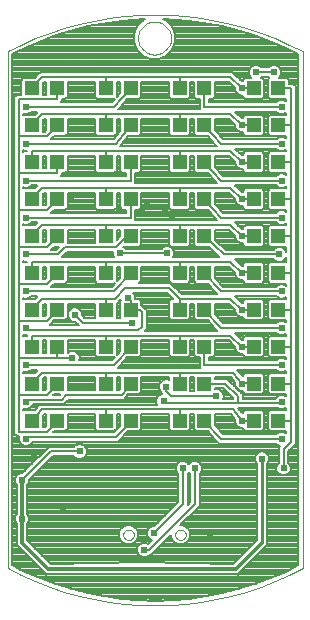
<source format=gbl>
G75*
G70*
%OFA0B0*%
%FSLAX24Y24*%
%IPPOS*%
%LPD*%
%AMOC8*
5,1,8,0,0,1.08239X$1,22.5*
%
%ADD10C,0.0010*%
%ADD11C,0.0000*%
%ADD12R,0.0472X0.0472*%
%ADD13C,0.0080*%
%ADD14C,0.0240*%
%ADD15C,0.0100*%
%ADD16C,0.0120*%
D10*
X001794Y001371D02*
X001794Y018596D01*
X001794Y001371D02*
X002251Y001141D01*
X002720Y000934D01*
X003198Y000750D01*
X003685Y000590D01*
X004179Y000453D01*
X004679Y000341D01*
X005183Y000254D01*
X005692Y000191D01*
X006203Y000154D01*
X006715Y000141D01*
X007227Y000154D01*
X007738Y000191D01*
X008247Y000254D01*
X008751Y000341D01*
X009251Y000453D01*
X009745Y000590D01*
X010232Y000750D01*
X010710Y000934D01*
X011179Y001141D01*
X011636Y001371D01*
X011637Y001371D02*
X011637Y018596D01*
X011636Y018596D02*
X011179Y018826D01*
X010710Y019033D01*
X010232Y019217D01*
X009745Y019377D01*
X009251Y019514D01*
X008751Y019626D01*
X008247Y019713D01*
X007738Y019776D01*
X007227Y019813D01*
X006715Y019826D01*
X006203Y019813D01*
X005692Y019776D01*
X005183Y019713D01*
X004679Y019626D01*
X004179Y019514D01*
X003685Y019377D01*
X003198Y019217D01*
X002720Y019033D01*
X002251Y018826D01*
X001794Y018596D01*
D11*
X006143Y019041D02*
X006145Y019088D01*
X006151Y019134D01*
X006161Y019180D01*
X006174Y019225D01*
X006192Y019268D01*
X006213Y019310D01*
X006237Y019350D01*
X006265Y019387D01*
X006296Y019422D01*
X006330Y019455D01*
X006366Y019484D01*
X006405Y019510D01*
X006446Y019533D01*
X006489Y019552D01*
X006533Y019568D01*
X006578Y019580D01*
X006624Y019588D01*
X006671Y019592D01*
X006717Y019592D01*
X006764Y019588D01*
X006810Y019580D01*
X006855Y019568D01*
X006899Y019552D01*
X006942Y019533D01*
X006983Y019510D01*
X007022Y019484D01*
X007058Y019455D01*
X007092Y019422D01*
X007123Y019387D01*
X007151Y019350D01*
X007175Y019310D01*
X007196Y019268D01*
X007214Y019225D01*
X007227Y019180D01*
X007237Y019134D01*
X007243Y019088D01*
X007245Y019041D01*
X007243Y018994D01*
X007237Y018948D01*
X007227Y018902D01*
X007214Y018857D01*
X007196Y018814D01*
X007175Y018772D01*
X007151Y018732D01*
X007123Y018695D01*
X007092Y018660D01*
X007058Y018627D01*
X007022Y018598D01*
X006983Y018572D01*
X006942Y018549D01*
X006899Y018530D01*
X006855Y018514D01*
X006810Y018502D01*
X006764Y018494D01*
X006717Y018490D01*
X006671Y018490D01*
X006624Y018494D01*
X006578Y018502D01*
X006533Y018514D01*
X006489Y018530D01*
X006446Y018549D01*
X006405Y018572D01*
X006366Y018598D01*
X006330Y018627D01*
X006296Y018660D01*
X006265Y018695D01*
X006237Y018732D01*
X006213Y018772D01*
X006192Y018814D01*
X006174Y018857D01*
X006161Y018902D01*
X006151Y018948D01*
X006145Y018994D01*
X006143Y019041D01*
X005651Y002481D02*
X005653Y002507D01*
X005659Y002533D01*
X005669Y002558D01*
X005682Y002581D01*
X005698Y002601D01*
X005718Y002619D01*
X005740Y002634D01*
X005763Y002646D01*
X005789Y002654D01*
X005815Y002658D01*
X005841Y002658D01*
X005867Y002654D01*
X005893Y002646D01*
X005917Y002634D01*
X005938Y002619D01*
X005958Y002601D01*
X005974Y002581D01*
X005987Y002558D01*
X005997Y002533D01*
X006003Y002507D01*
X006005Y002481D01*
X006003Y002455D01*
X005997Y002429D01*
X005987Y002404D01*
X005974Y002381D01*
X005958Y002361D01*
X005938Y002343D01*
X005916Y002328D01*
X005893Y002316D01*
X005867Y002308D01*
X005841Y002304D01*
X005815Y002304D01*
X005789Y002308D01*
X005763Y002316D01*
X005739Y002328D01*
X005718Y002343D01*
X005698Y002361D01*
X005682Y002381D01*
X005669Y002404D01*
X005659Y002429D01*
X005653Y002455D01*
X005651Y002481D01*
X007383Y002481D02*
X007385Y002507D01*
X007391Y002533D01*
X007401Y002558D01*
X007414Y002581D01*
X007430Y002601D01*
X007450Y002619D01*
X007472Y002634D01*
X007495Y002646D01*
X007521Y002654D01*
X007547Y002658D01*
X007573Y002658D01*
X007599Y002654D01*
X007625Y002646D01*
X007649Y002634D01*
X007670Y002619D01*
X007690Y002601D01*
X007706Y002581D01*
X007719Y002558D01*
X007729Y002533D01*
X007735Y002507D01*
X007737Y002481D01*
X007735Y002455D01*
X007729Y002429D01*
X007719Y002404D01*
X007706Y002381D01*
X007690Y002361D01*
X007670Y002343D01*
X007648Y002328D01*
X007625Y002316D01*
X007599Y002308D01*
X007573Y002304D01*
X007547Y002304D01*
X007521Y002308D01*
X007495Y002316D01*
X007471Y002328D01*
X007450Y002343D01*
X007430Y002361D01*
X007414Y002381D01*
X007401Y002404D01*
X007391Y002429D01*
X007385Y002455D01*
X007383Y002481D01*
D12*
X007532Y006293D03*
X007532Y007523D03*
X007532Y008753D03*
X007532Y009984D03*
X008359Y009984D03*
X008359Y008753D03*
X008359Y007523D03*
X008359Y006293D03*
X009993Y006293D03*
X009993Y007523D03*
X009993Y008753D03*
X009993Y009984D03*
X010820Y009984D03*
X010820Y008753D03*
X010820Y007523D03*
X010820Y006293D03*
X010820Y011214D03*
X010820Y012444D03*
X010820Y013675D03*
X010820Y014905D03*
X010820Y016135D03*
X010820Y017366D03*
X009993Y017366D03*
X009993Y016135D03*
X009993Y014905D03*
X009993Y013675D03*
X009993Y012444D03*
X009993Y011214D03*
X008359Y011214D03*
X008359Y012444D03*
X008359Y013675D03*
X008359Y014905D03*
X008359Y016135D03*
X008359Y017366D03*
X007532Y017366D03*
X007532Y016135D03*
X007532Y014905D03*
X007532Y013675D03*
X007532Y012444D03*
X007532Y011214D03*
X005898Y011214D03*
X005898Y012444D03*
X005898Y013675D03*
X005898Y014905D03*
X005898Y016135D03*
X005898Y017366D03*
X005072Y017366D03*
X005072Y016135D03*
X005072Y014905D03*
X005072Y013675D03*
X005072Y012444D03*
X005072Y011214D03*
X005072Y009984D03*
X005072Y008753D03*
X005072Y007523D03*
X005072Y006293D03*
X005898Y006293D03*
X005898Y007523D03*
X005898Y008753D03*
X005898Y009984D03*
X003438Y009984D03*
X003438Y008753D03*
X003438Y007523D03*
X003438Y006293D03*
X002611Y006293D03*
X002611Y007523D03*
X002611Y008753D03*
X002611Y009984D03*
X002611Y011214D03*
X002611Y012444D03*
X002611Y013675D03*
X002611Y014905D03*
X002611Y016135D03*
X002611Y017366D03*
X003438Y017366D03*
X003438Y016135D03*
X003438Y014905D03*
X003438Y013675D03*
X003438Y012444D03*
X003438Y011214D03*
D13*
X003118Y010845D01*
X002163Y010845D01*
X002163Y012075D01*
X003118Y012075D01*
X003438Y012444D01*
X003515Y012088D02*
X003416Y011989D01*
X003258Y011989D01*
X003278Y012009D01*
X003278Y012015D01*
X003341Y012088D01*
X003515Y012088D01*
X003506Y012080D02*
X003333Y012080D01*
X003270Y012001D02*
X003428Y012001D01*
X003482Y011829D02*
X003714Y012061D01*
X005394Y012061D01*
X005777Y012444D01*
X005898Y012444D01*
X005690Y012065D02*
X005643Y012084D01*
X005647Y012088D01*
X006184Y012088D01*
X006255Y012158D01*
X006255Y012653D01*
X007176Y012653D01*
X007176Y012158D01*
X006254Y012158D01*
X006255Y012237D02*
X007176Y012237D01*
X007176Y012315D02*
X006255Y012315D01*
X006255Y012394D02*
X007176Y012394D01*
X007176Y012472D02*
X006255Y012472D01*
X006255Y012551D02*
X007176Y012551D01*
X007176Y012629D02*
X006255Y012629D01*
X006038Y012973D02*
X006058Y012993D01*
X006058Y013126D01*
X006058Y013318D01*
X006184Y013318D01*
X006255Y013389D01*
X006255Y013884D01*
X007176Y013884D01*
X007176Y013389D01*
X007246Y013318D01*
X007818Y013318D01*
X007888Y013389D01*
X007888Y013884D01*
X008003Y013884D01*
X008003Y013389D01*
X008073Y013318D01*
X008467Y013318D01*
X008759Y012997D01*
X008759Y012993D01*
X008779Y012973D01*
X007466Y012973D01*
X006038Y012973D01*
X006058Y013022D02*
X008736Y013022D01*
X008665Y013101D02*
X006058Y013101D01*
X006058Y013179D02*
X008593Y013179D01*
X008522Y013258D02*
X006058Y013258D01*
X006202Y013336D02*
X007228Y013336D01*
X007176Y013415D02*
X006255Y013415D01*
X006255Y013493D02*
X007176Y013493D01*
X007176Y013572D02*
X006255Y013572D01*
X006255Y013651D02*
X007176Y013651D01*
X007176Y013729D02*
X006255Y013729D01*
X006255Y013808D02*
X007176Y013808D01*
X007532Y013675D02*
X007532Y014044D01*
X005072Y014044D01*
X005072Y013675D01*
X005072Y014044D02*
X002931Y014044D01*
X002611Y013675D01*
X002708Y014031D02*
X002325Y014031D01*
X002323Y014029D01*
X002323Y014066D01*
X002361Y014050D01*
X002457Y014050D01*
X002545Y014086D01*
X002589Y014130D01*
X002791Y014130D01*
X002771Y014110D01*
X002771Y014103D01*
X002708Y014031D01*
X002719Y014043D02*
X002323Y014043D01*
X002409Y014290D02*
X005898Y014290D01*
X005898Y014905D01*
X005738Y014549D02*
X005738Y014450D01*
X003578Y014450D01*
X003598Y014469D01*
X003598Y014549D01*
X003724Y014549D01*
X003794Y014619D01*
X003794Y015114D01*
X004715Y015114D01*
X004715Y014619D01*
X004786Y014549D01*
X005357Y014549D01*
X005428Y014619D01*
X005428Y015114D01*
X005542Y015114D01*
X005542Y014619D01*
X005612Y014549D01*
X005738Y014549D01*
X005738Y014515D02*
X003598Y014515D01*
X003438Y014536D02*
X002163Y014536D01*
X002163Y015766D01*
X003118Y015766D01*
X003438Y016135D01*
X003341Y015779D02*
X003724Y015779D01*
X003794Y015849D01*
X003794Y016344D01*
X004715Y016344D01*
X004715Y015849D01*
X004786Y015779D01*
X005357Y015779D01*
X005428Y015849D01*
X005428Y016344D01*
X005542Y016344D01*
X005542Y015939D01*
X005340Y015680D01*
X003258Y015680D01*
X003278Y015700D01*
X003278Y015706D01*
X003341Y015779D01*
X003334Y015771D02*
X005411Y015771D01*
X005428Y015850D02*
X005473Y015850D01*
X005428Y015928D02*
X005534Y015928D01*
X005542Y016007D02*
X005428Y016007D01*
X005428Y016085D02*
X005542Y016085D01*
X005542Y016164D02*
X005428Y016164D01*
X005428Y016242D02*
X005542Y016242D01*
X005542Y016321D02*
X005428Y016321D01*
X005478Y016664D02*
X005498Y016684D01*
X005498Y016688D01*
X005790Y017009D01*
X006184Y017009D01*
X006255Y017080D01*
X006255Y017575D01*
X007176Y017575D01*
X007176Y017080D01*
X007246Y017009D01*
X007818Y017009D01*
X007888Y017080D01*
X007888Y017575D01*
X008003Y017575D01*
X008003Y017080D01*
X008073Y017009D01*
X008199Y017009D01*
X008199Y016817D01*
X008199Y016684D01*
X008219Y016664D01*
X007598Y016664D01*
X005478Y016664D01*
X005521Y016714D02*
X008199Y016714D01*
X008199Y016792D02*
X005593Y016792D01*
X005664Y016871D02*
X008199Y016871D01*
X008199Y016949D02*
X005736Y016949D01*
X005518Y017185D02*
X005428Y017185D01*
X005428Y017264D02*
X005542Y017264D01*
X005542Y017212D02*
X005428Y017086D01*
X005428Y017575D01*
X005542Y017575D01*
X005542Y017212D01*
X005542Y017342D02*
X005428Y017342D01*
X005428Y017421D02*
X005542Y017421D01*
X005542Y017499D02*
X005428Y017499D01*
X005428Y017106D02*
X005446Y017106D01*
X005361Y017012D02*
X005268Y016910D01*
X003578Y016910D01*
X003598Y016930D01*
X003598Y017009D01*
X003724Y017009D01*
X003794Y017080D01*
X003794Y017575D01*
X004715Y017575D01*
X004715Y017080D01*
X004786Y017009D01*
X005357Y017009D01*
X005361Y017012D01*
X005303Y016949D02*
X003598Y016949D01*
X003742Y017028D02*
X004767Y017028D01*
X004715Y017106D02*
X003794Y017106D01*
X003794Y017185D02*
X004715Y017185D01*
X004715Y017264D02*
X003794Y017264D01*
X003794Y017342D02*
X004715Y017342D01*
X004715Y017421D02*
X003794Y017421D01*
X003794Y017499D02*
X004715Y017499D01*
X005005Y017895D02*
X002991Y017895D01*
X002986Y017899D01*
X002925Y017895D01*
X002865Y017895D01*
X002860Y017890D01*
X002853Y017889D01*
X002814Y017844D01*
X002771Y017801D01*
X002771Y017794D01*
X002708Y017722D01*
X002325Y017722D01*
X002255Y017651D01*
X002255Y017156D01*
X002229Y017156D01*
X002097Y017156D01*
X002003Y017063D01*
X002003Y015832D01*
X002003Y015700D01*
X002003Y014602D01*
X002003Y014469D01*
X002003Y013372D01*
X002003Y013239D01*
X002003Y012141D01*
X002003Y012009D01*
X002003Y010911D01*
X002003Y010779D01*
X002003Y009681D01*
X002003Y009548D01*
X002003Y008450D01*
X002003Y008318D01*
X002003Y007220D01*
X002003Y007088D01*
X002003Y005990D01*
X002003Y005857D01*
X002097Y005764D01*
X002185Y005764D01*
X002169Y005725D01*
X002169Y005630D01*
X002206Y005542D01*
X002273Y005474D01*
X002361Y005438D01*
X002457Y005438D01*
X002545Y005474D01*
X002613Y005542D01*
X002629Y005581D01*
X005328Y005581D01*
X005460Y005581D01*
X005816Y005936D01*
X006184Y005936D01*
X006255Y006007D01*
X006255Y006502D01*
X007176Y006502D01*
X007176Y006007D01*
X007246Y005936D01*
X007818Y005936D01*
X007888Y006007D01*
X007888Y006502D01*
X008003Y006502D01*
X008003Y006007D01*
X008073Y005936D01*
X008467Y005936D01*
X008759Y005616D01*
X008759Y005611D01*
X008803Y005567D01*
X008845Y005521D01*
X008850Y005521D01*
X008853Y005518D01*
X008915Y005518D01*
X008978Y005515D01*
X008981Y005518D01*
X010750Y005518D01*
X010793Y005474D01*
X010869Y005443D01*
X010834Y005407D01*
X010834Y004881D01*
X010791Y004837D01*
X010754Y004749D01*
X010754Y004653D01*
X010791Y004565D01*
X010858Y004498D01*
X010946Y004461D01*
X011042Y004461D01*
X011130Y004498D01*
X011197Y004565D01*
X011234Y004653D01*
X011234Y004749D01*
X011197Y004837D01*
X011154Y004881D01*
X011154Y005275D01*
X011300Y005421D01*
X011300Y005421D01*
X011394Y005515D01*
X011394Y006359D01*
X011394Y007457D01*
X011394Y008687D01*
X011394Y009917D01*
X011394Y011148D01*
X011394Y012378D01*
X011394Y013608D01*
X011394Y014839D01*
X011394Y016069D01*
X011394Y017432D01*
X011300Y017525D01*
X011176Y017525D01*
X011176Y017651D01*
X011106Y017722D01*
X010834Y017722D01*
X010877Y017765D01*
X010914Y017853D01*
X010914Y017949D01*
X010877Y018037D01*
X010810Y018105D01*
X010722Y018141D01*
X010626Y018141D01*
X010538Y018105D01*
X010495Y018061D01*
X010253Y018061D01*
X010210Y018105D01*
X010122Y018141D01*
X010026Y018141D01*
X009938Y018105D01*
X009871Y018037D01*
X009834Y017949D01*
X009834Y017853D01*
X009871Y017765D01*
X009914Y017722D01*
X009707Y017722D01*
X009637Y017651D01*
X009637Y017605D01*
X009601Y017605D01*
X009336Y017849D01*
X009291Y017895D01*
X009287Y017895D01*
X009285Y017897D01*
X009222Y017895D01*
X007466Y017895D01*
X005005Y017895D01*
X005072Y017735D02*
X007532Y017735D01*
X009225Y017735D01*
X009625Y017366D01*
X009594Y017391D01*
X009944Y017391D01*
X009993Y017366D01*
X009901Y017735D02*
X009461Y017735D01*
X009546Y017656D02*
X009641Y017656D01*
X009851Y017813D02*
X009376Y017813D01*
X009294Y017892D02*
X009834Y017892D01*
X009843Y017970D02*
X001939Y017970D01*
X001939Y017892D02*
X002862Y017892D01*
X002783Y017813D02*
X001939Y017813D01*
X001939Y017735D02*
X002719Y017735D01*
X002931Y017735D02*
X002611Y017366D01*
X002931Y017735D02*
X005072Y017735D01*
X005072Y017366D01*
X005338Y016750D02*
X002409Y016750D01*
X002323Y016526D02*
X002361Y016510D01*
X002457Y016510D01*
X002545Y016547D01*
X002589Y016590D01*
X002791Y016590D01*
X002771Y016571D01*
X002771Y016564D01*
X002708Y016491D01*
X002325Y016491D01*
X002323Y016489D01*
X002323Y016526D01*
X002555Y016557D02*
X002765Y016557D01*
X002931Y016504D02*
X002611Y016135D01*
X002931Y016504D02*
X005072Y016504D01*
X007532Y016504D01*
X007532Y016135D01*
X007532Y016504D02*
X009225Y016504D01*
X009625Y016135D01*
X009594Y016141D01*
X009944Y016141D01*
X009993Y016135D01*
X009694Y016478D02*
X009489Y016478D01*
X009404Y016557D02*
X010784Y016557D01*
X010793Y016547D02*
X010881Y016510D01*
X010977Y016510D01*
X011065Y016547D01*
X011074Y016556D01*
X011074Y016491D01*
X010534Y016491D01*
X010463Y016421D01*
X010463Y015849D01*
X010534Y015779D01*
X011074Y015779D01*
X011074Y015715D01*
X011065Y015723D01*
X010977Y015760D01*
X010881Y015760D01*
X010793Y015723D01*
X010750Y015680D01*
X008990Y015680D01*
X008715Y015982D01*
X008715Y016344D01*
X009162Y016344D01*
X009385Y016139D01*
X009385Y016087D01*
X009422Y015999D01*
X009489Y015932D01*
X009577Y015895D01*
X009637Y015895D01*
X009637Y015849D01*
X009707Y015779D01*
X010279Y015779D01*
X010349Y015849D01*
X010349Y016421D01*
X010279Y016491D01*
X009707Y016491D01*
X009637Y016421D01*
X009637Y016375D01*
X009601Y016375D01*
X009368Y016590D01*
X010750Y016590D01*
X010793Y016547D01*
X010929Y016750D02*
X008359Y016750D01*
X008359Y017366D01*
X008519Y017009D02*
X008519Y016910D01*
X010750Y016910D01*
X010793Y016954D01*
X010881Y016990D01*
X010977Y016990D01*
X011065Y016954D01*
X011074Y016945D01*
X011074Y017009D01*
X010534Y017009D01*
X010463Y017080D01*
X010463Y017651D01*
X010524Y017712D01*
X010495Y017741D01*
X010253Y017741D01*
X010234Y017722D01*
X010279Y017722D01*
X010349Y017651D01*
X010349Y017080D01*
X010279Y017009D01*
X009707Y017009D01*
X009637Y017080D01*
X009637Y017126D01*
X009577Y017126D01*
X009489Y017162D01*
X009422Y017230D01*
X009385Y017318D01*
X009385Y017369D01*
X009162Y017575D01*
X008715Y017575D01*
X008715Y017080D01*
X008645Y017009D01*
X008519Y017009D01*
X008519Y016949D02*
X010789Y016949D01*
X011070Y016949D02*
X011074Y016949D01*
X011394Y016949D02*
X011492Y016949D01*
X011492Y016871D02*
X011394Y016871D01*
X011394Y016792D02*
X011492Y016792D01*
X011492Y016714D02*
X011394Y016714D01*
X011394Y016635D02*
X011492Y016635D01*
X011492Y016557D02*
X011394Y016557D01*
X011394Y016478D02*
X011492Y016478D01*
X011492Y016400D02*
X011394Y016400D01*
X011394Y016321D02*
X011492Y016321D01*
X011492Y016242D02*
X011394Y016242D01*
X011394Y016164D02*
X011492Y016164D01*
X011492Y016085D02*
X011394Y016085D01*
X011394Y016007D02*
X011492Y016007D01*
X011492Y015928D02*
X011394Y015928D01*
X011394Y015850D02*
X011492Y015850D01*
X011492Y015771D02*
X011394Y015771D01*
X011394Y015693D02*
X011492Y015693D01*
X011492Y015614D02*
X011394Y015614D01*
X011394Y015536D02*
X011492Y015536D01*
X011492Y015457D02*
X011394Y015457D01*
X011394Y015379D02*
X011492Y015379D01*
X011492Y015300D02*
X011394Y015300D01*
X011394Y015221D02*
X011492Y015221D01*
X011492Y015143D02*
X011394Y015143D01*
X011394Y015064D02*
X011492Y015064D01*
X011492Y014986D02*
X011394Y014986D01*
X011394Y014907D02*
X011492Y014907D01*
X011492Y014829D02*
X011394Y014829D01*
X011394Y014750D02*
X011492Y014750D01*
X011492Y014672D02*
X011394Y014672D01*
X011394Y014593D02*
X011492Y014593D01*
X011492Y014515D02*
X011394Y014515D01*
X011394Y014436D02*
X011492Y014436D01*
X011492Y014357D02*
X011394Y014357D01*
X011394Y014279D02*
X011492Y014279D01*
X011492Y014200D02*
X011394Y014200D01*
X011394Y014122D02*
X011492Y014122D01*
X011492Y014043D02*
X011394Y014043D01*
X011394Y013965D02*
X011492Y013965D01*
X011492Y013886D02*
X011394Y013886D01*
X011394Y013808D02*
X011492Y013808D01*
X011492Y013729D02*
X011394Y013729D01*
X011394Y013651D02*
X011492Y013651D01*
X011492Y013572D02*
X011394Y013572D01*
X011394Y013493D02*
X011492Y013493D01*
X011492Y013415D02*
X011394Y013415D01*
X011394Y013336D02*
X011492Y013336D01*
X011492Y013258D02*
X011394Y013258D01*
X011394Y013179D02*
X011492Y013179D01*
X011492Y013101D02*
X011394Y013101D01*
X011394Y013022D02*
X011492Y013022D01*
X011492Y012944D02*
X011394Y012944D01*
X011394Y012865D02*
X011492Y012865D01*
X011492Y012787D02*
X011394Y012787D01*
X011394Y012708D02*
X011492Y012708D01*
X011492Y012629D02*
X011394Y012629D01*
X011394Y012551D02*
X011492Y012551D01*
X011492Y012472D02*
X011394Y012472D01*
X011394Y012394D02*
X011492Y012394D01*
X011492Y012315D02*
X011394Y012315D01*
X011394Y012237D02*
X011492Y012237D01*
X011492Y012158D02*
X011394Y012158D01*
X011394Y012080D02*
X011492Y012080D01*
X011492Y012001D02*
X011394Y012001D01*
X011394Y011923D02*
X011492Y011923D01*
X011492Y011844D02*
X011394Y011844D01*
X011394Y011766D02*
X011492Y011766D01*
X011492Y011687D02*
X011394Y011687D01*
X011394Y011608D02*
X011492Y011608D01*
X011492Y011530D02*
X011394Y011530D01*
X011394Y011451D02*
X011492Y011451D01*
X011492Y011373D02*
X011394Y011373D01*
X011394Y011294D02*
X011492Y011294D01*
X011492Y011216D02*
X011394Y011216D01*
X011394Y011137D02*
X011492Y011137D01*
X011492Y011059D02*
X011394Y011059D01*
X011394Y010980D02*
X011492Y010980D01*
X011492Y010902D02*
X011394Y010902D01*
X011394Y010823D02*
X011492Y010823D01*
X011492Y010744D02*
X011394Y010744D01*
X011394Y010666D02*
X011492Y010666D01*
X011492Y010587D02*
X011394Y010587D01*
X011394Y010509D02*
X011492Y010509D01*
X011492Y010430D02*
X011394Y010430D01*
X011394Y010352D02*
X011492Y010352D01*
X011492Y010273D02*
X011394Y010273D01*
X011394Y010195D02*
X011492Y010195D01*
X011492Y010116D02*
X011394Y010116D01*
X011394Y010038D02*
X011492Y010038D01*
X011492Y009959D02*
X011394Y009959D01*
X011394Y009880D02*
X011492Y009880D01*
X011492Y009802D02*
X011394Y009802D01*
X011394Y009723D02*
X011492Y009723D01*
X011492Y009645D02*
X011394Y009645D01*
X011394Y009566D02*
X011492Y009566D01*
X011492Y009488D02*
X011394Y009488D01*
X011394Y009409D02*
X011492Y009409D01*
X011492Y009331D02*
X011394Y009331D01*
X011394Y009252D02*
X011492Y009252D01*
X011492Y009174D02*
X011394Y009174D01*
X011394Y009095D02*
X011492Y009095D01*
X011492Y009016D02*
X011394Y009016D01*
X011394Y008938D02*
X011492Y008938D01*
X011492Y008859D02*
X011394Y008859D01*
X011394Y008781D02*
X011492Y008781D01*
X011492Y008702D02*
X011394Y008702D01*
X011394Y008624D02*
X011492Y008624D01*
X011492Y008545D02*
X011394Y008545D01*
X011394Y008467D02*
X011492Y008467D01*
X011492Y008388D02*
X011394Y008388D01*
X011394Y008310D02*
X011492Y008310D01*
X011492Y008231D02*
X011394Y008231D01*
X011394Y008153D02*
X011492Y008153D01*
X011492Y008074D02*
X011394Y008074D01*
X011394Y007995D02*
X011492Y007995D01*
X011492Y007917D02*
X011394Y007917D01*
X011394Y007838D02*
X011492Y007838D01*
X011492Y007760D02*
X011394Y007760D01*
X011394Y007681D02*
X011492Y007681D01*
X011492Y007603D02*
X011394Y007603D01*
X011394Y007524D02*
X011492Y007524D01*
X011492Y007446D02*
X011394Y007446D01*
X011394Y007367D02*
X011492Y007367D01*
X011492Y007289D02*
X011394Y007289D01*
X011394Y007210D02*
X011492Y007210D01*
X011492Y007131D02*
X011394Y007131D01*
X011394Y007053D02*
X011492Y007053D01*
X011492Y006974D02*
X011394Y006974D01*
X011394Y006896D02*
X011492Y006896D01*
X011492Y006817D02*
X011394Y006817D01*
X011394Y006739D02*
X011492Y006739D01*
X011492Y006660D02*
X011394Y006660D01*
X011394Y006582D02*
X011492Y006582D01*
X011492Y006503D02*
X011394Y006503D01*
X011394Y006425D02*
X011492Y006425D01*
X011492Y006346D02*
X011394Y006346D01*
X011394Y006267D02*
X011492Y006267D01*
X011492Y006189D02*
X011394Y006189D01*
X011394Y006110D02*
X011492Y006110D01*
X011492Y006032D02*
X011394Y006032D01*
X011394Y005953D02*
X011492Y005953D01*
X011492Y005875D02*
X011394Y005875D01*
X011394Y005796D02*
X011492Y005796D01*
X011492Y005718D02*
X011394Y005718D01*
X011394Y005639D02*
X011492Y005639D01*
X011492Y005561D02*
X011394Y005561D01*
X011361Y005482D02*
X011492Y005482D01*
X011492Y005404D02*
X011283Y005404D01*
X011204Y005325D02*
X011492Y005325D01*
X011492Y005246D02*
X011154Y005246D01*
X011154Y005168D02*
X011492Y005168D01*
X011492Y005089D02*
X011154Y005089D01*
X011154Y005011D02*
X011492Y005011D01*
X011492Y004932D02*
X011154Y004932D01*
X011181Y004854D02*
X011492Y004854D01*
X011492Y004775D02*
X011223Y004775D01*
X011234Y004697D02*
X011492Y004697D01*
X011492Y004618D02*
X011219Y004618D01*
X011172Y004540D02*
X011492Y004540D01*
X011492Y004461D02*
X010444Y004461D01*
X010444Y004540D02*
X010816Y004540D01*
X010769Y004618D02*
X010444Y004618D01*
X010444Y004697D02*
X010754Y004697D01*
X010765Y004775D02*
X010444Y004775D01*
X010444Y004852D02*
X010477Y004885D01*
X010514Y004973D01*
X010514Y005069D01*
X010477Y005157D01*
X010410Y005225D01*
X010322Y005261D01*
X010226Y005261D01*
X010138Y005225D01*
X010071Y005157D01*
X010034Y005069D01*
X010034Y004973D01*
X010071Y004885D01*
X010104Y004852D01*
X010104Y002306D01*
X009321Y001523D01*
X006274Y001583D01*
X003227Y001523D01*
X002454Y002296D01*
X002454Y002862D01*
X002477Y002885D01*
X002514Y002973D01*
X002514Y003069D01*
X002477Y003157D01*
X002454Y003181D01*
X002454Y004142D01*
X002477Y004165D01*
X002514Y004253D01*
X002514Y004315D01*
X003300Y005101D01*
X004015Y005101D01*
X004058Y005058D01*
X004146Y005021D01*
X004242Y005021D01*
X004330Y005058D01*
X004397Y005125D01*
X004434Y005213D01*
X004434Y005309D01*
X004397Y005397D01*
X004330Y005465D01*
X004242Y005501D01*
X004146Y005501D01*
X004058Y005465D01*
X004015Y005421D01*
X003300Y005421D01*
X003168Y005421D01*
X002288Y004541D01*
X002226Y004541D01*
X002138Y004505D01*
X002071Y004437D01*
X002034Y004349D01*
X002034Y004253D01*
X002071Y004165D01*
X002094Y004142D01*
X002094Y003181D01*
X002071Y003157D01*
X002034Y003069D01*
X002034Y002973D01*
X002071Y002885D01*
X002094Y002862D01*
X002094Y002296D01*
X002094Y002147D01*
X002975Y001265D01*
X002976Y001263D01*
X003029Y001212D01*
X003079Y001161D01*
X003082Y001161D01*
X003083Y001160D01*
X003156Y001161D01*
X003229Y001161D01*
X003229Y001162D01*
X006274Y001192D01*
X009319Y001162D01*
X009319Y001161D01*
X009393Y001161D01*
X009465Y001160D01*
X009466Y001161D01*
X009469Y001161D01*
X009519Y001212D01*
X009572Y001263D01*
X009573Y001265D01*
X010454Y002147D01*
X010454Y002296D01*
X010444Y002306D01*
X010444Y004852D01*
X010446Y004854D02*
X010807Y004854D01*
X010834Y004932D02*
X010497Y004932D01*
X010514Y005011D02*
X010834Y005011D01*
X010834Y005089D02*
X010506Y005089D01*
X010467Y005168D02*
X010834Y005168D01*
X010834Y005246D02*
X010357Y005246D01*
X010191Y005246D02*
X004434Y005246D01*
X004427Y005325D02*
X010834Y005325D01*
X010834Y005404D02*
X004391Y005404D01*
X004288Y005482D02*
X010785Y005482D01*
X010929Y005678D02*
X008919Y005678D01*
X008359Y006293D01*
X008523Y005875D02*
X005754Y005875D01*
X005675Y005796D02*
X008595Y005796D01*
X008666Y005718D02*
X005597Y005718D01*
X005518Y005639D02*
X008737Y005639D01*
X008809Y005561D02*
X002620Y005561D01*
X002553Y005482D02*
X004100Y005482D01*
X004194Y005261D02*
X003234Y005261D01*
X002274Y004301D01*
X002459Y004147D02*
X007474Y004147D01*
X007474Y004225D02*
X002502Y004225D01*
X002514Y004304D02*
X007474Y004304D01*
X007474Y004382D02*
X002582Y004382D01*
X002660Y004461D02*
X007474Y004461D01*
X007474Y004522D02*
X007474Y003567D01*
X006688Y002781D01*
X006626Y002781D01*
X006538Y002745D01*
X006471Y002677D01*
X006434Y002589D01*
X006434Y002493D01*
X006471Y002405D01*
X006538Y002338D01*
X006613Y002307D01*
X006491Y002184D01*
X006490Y002185D01*
X006402Y002221D01*
X006306Y002221D01*
X006218Y002185D01*
X006151Y002117D01*
X006114Y002029D01*
X006114Y001933D01*
X006151Y001845D01*
X006218Y001778D01*
X006306Y001741D01*
X006402Y001741D01*
X006490Y001778D01*
X006533Y001821D01*
X006580Y001821D01*
X006674Y001915D01*
X007243Y002484D01*
X007243Y002418D01*
X007291Y002301D01*
X007380Y002212D01*
X007497Y002164D01*
X007623Y002164D01*
X007740Y002212D01*
X007829Y002301D01*
X007877Y002418D01*
X007877Y002544D01*
X007829Y002661D01*
X007740Y002750D01*
X007623Y002798D01*
X007557Y002798D01*
X008194Y003435D01*
X008194Y003567D01*
X008194Y004522D01*
X008237Y004565D01*
X008274Y004653D01*
X008274Y004749D01*
X008237Y004837D01*
X008170Y004905D01*
X008082Y004941D01*
X007986Y004941D01*
X007898Y004905D01*
X007834Y004840D01*
X007770Y004905D01*
X007682Y004941D01*
X007586Y004941D01*
X007498Y004905D01*
X007431Y004837D01*
X007394Y004749D01*
X007394Y004653D01*
X007431Y004565D01*
X007474Y004522D01*
X007456Y004540D02*
X002739Y004540D01*
X002817Y004618D02*
X007409Y004618D01*
X007394Y004697D02*
X002896Y004697D01*
X002974Y004775D02*
X007405Y004775D01*
X007447Y004854D02*
X003053Y004854D01*
X003131Y004932D02*
X007565Y004932D01*
X007703Y004932D02*
X007965Y004932D01*
X008103Y004932D02*
X010051Y004932D01*
X010034Y005011D02*
X003210Y005011D01*
X003289Y005089D02*
X004026Y005089D01*
X004362Y005089D02*
X010043Y005089D01*
X010081Y005168D02*
X004415Y005168D01*
X004786Y005936D02*
X005357Y005936D01*
X005428Y006007D01*
X005428Y006502D01*
X005542Y006502D01*
X005542Y006115D01*
X005328Y005901D01*
X003310Y005901D01*
X003341Y005936D01*
X003724Y005936D01*
X003794Y006007D01*
X003794Y006502D01*
X004715Y006502D01*
X004715Y006007D01*
X004786Y005936D01*
X004769Y005953D02*
X003740Y005953D01*
X003794Y006032D02*
X004715Y006032D01*
X004715Y006110D02*
X003794Y006110D01*
X003794Y006189D02*
X004715Y006189D01*
X004715Y006267D02*
X003794Y006267D01*
X003794Y006346D02*
X004715Y006346D01*
X004715Y006425D02*
X003794Y006425D01*
X003667Y006828D02*
X003534Y006828D01*
X002636Y006828D01*
X002613Y006772D01*
X002545Y006704D01*
X002457Y006668D01*
X002361Y006668D01*
X002323Y006684D01*
X002323Y006647D01*
X002325Y006649D01*
X002708Y006649D01*
X002771Y006721D01*
X002771Y006728D01*
X002814Y006771D01*
X002853Y006817D01*
X002860Y006817D01*
X002865Y006822D01*
X002925Y006822D01*
X002986Y006826D01*
X002991Y006822D01*
X005005Y006822D01*
X006784Y006822D01*
X006754Y006893D01*
X006754Y006989D01*
X006791Y007077D01*
X006858Y007145D01*
X006933Y007176D01*
X006914Y007195D01*
X006914Y007242D01*
X006871Y007285D01*
X006834Y007373D01*
X006834Y007469D01*
X006871Y007557D01*
X006938Y007625D01*
X007026Y007661D01*
X007122Y007661D01*
X007176Y007639D01*
X007176Y007732D01*
X006255Y007732D01*
X006255Y007237D01*
X006184Y007167D01*
X005821Y007167D01*
X005756Y007086D01*
X005756Y007075D01*
X005716Y007035D01*
X005681Y006990D01*
X005670Y006989D01*
X005663Y006981D01*
X005606Y006981D01*
X005549Y006974D01*
X005541Y006981D01*
X003820Y006981D01*
X003667Y006828D01*
X003735Y006896D02*
X006754Y006896D01*
X006754Y006974D02*
X003814Y006974D01*
X003754Y007141D02*
X005596Y007141D01*
X005898Y007523D01*
X005793Y007131D02*
X006845Y007131D01*
X006781Y007053D02*
X005734Y007053D01*
X005519Y007301D02*
X005542Y007330D01*
X005542Y007732D01*
X005428Y007732D01*
X005428Y007301D01*
X005519Y007301D01*
X005542Y007367D02*
X005428Y007367D01*
X005428Y007446D02*
X005542Y007446D01*
X005542Y007524D02*
X005428Y007524D01*
X005428Y007603D02*
X005542Y007603D01*
X005542Y007681D02*
X005428Y007681D01*
X005478Y008052D02*
X005498Y008072D01*
X005498Y008076D01*
X005790Y008397D01*
X006184Y008397D01*
X006255Y008467D01*
X006255Y008962D01*
X007176Y008962D01*
X007176Y008467D01*
X007246Y008397D01*
X007818Y008397D01*
X007888Y008467D01*
X008003Y008467D01*
X008073Y008397D01*
X008199Y008397D01*
X008199Y008204D01*
X008199Y008072D01*
X008219Y008052D01*
X007466Y008052D01*
X005478Y008052D01*
X005498Y008074D02*
X008199Y008074D01*
X008199Y008153D02*
X005568Y008153D01*
X005639Y008231D02*
X008199Y008231D01*
X008199Y008310D02*
X005711Y008310D01*
X005782Y008388D02*
X008199Y008388D01*
X008359Y008138D02*
X010929Y008138D01*
X010836Y007917D02*
X009495Y007917D01*
X009465Y007952D02*
X009465Y007958D01*
X009445Y007978D01*
X010750Y007978D01*
X010793Y007935D01*
X010881Y007898D01*
X010977Y007898D01*
X011065Y007935D01*
X011074Y007944D01*
X011074Y007879D01*
X010534Y007879D01*
X010463Y007809D01*
X010463Y007237D01*
X010534Y007167D01*
X011074Y007167D01*
X011074Y007102D01*
X011065Y007111D01*
X010977Y007148D01*
X010881Y007148D01*
X010793Y007111D01*
X010726Y007044D01*
X010716Y007021D01*
X009634Y007021D01*
X009634Y007167D01*
X009540Y007261D01*
X009118Y007683D01*
X008986Y007683D01*
X008715Y007683D01*
X008715Y007732D01*
X009232Y007732D01*
X009385Y007556D01*
X009385Y007475D01*
X009422Y007387D01*
X009489Y007320D01*
X009577Y007283D01*
X009637Y007283D01*
X009637Y007237D01*
X009707Y007167D01*
X010279Y007167D01*
X010349Y007237D01*
X010349Y007809D01*
X010279Y007879D01*
X009707Y007879D01*
X009637Y007809D01*
X009637Y007763D01*
X009629Y007763D01*
X009465Y007952D01*
X009563Y007838D02*
X009666Y007838D01*
X009594Y007541D02*
X009625Y007523D01*
X009305Y007892D01*
X007532Y007892D01*
X007532Y007523D01*
X007532Y007892D02*
X005072Y007892D01*
X005072Y007523D01*
X005072Y007892D02*
X002931Y007892D01*
X002611Y007523D01*
X002708Y007879D02*
X002325Y007879D01*
X002323Y007877D01*
X002323Y007914D01*
X002361Y007898D01*
X002457Y007898D01*
X002545Y007935D01*
X002589Y007978D01*
X002791Y007978D01*
X002771Y007958D01*
X002771Y007952D01*
X002708Y007879D01*
X002741Y007917D02*
X002502Y007917D01*
X002409Y008138D02*
X005338Y008138D01*
X005898Y008753D01*
X005542Y008781D02*
X005428Y008781D01*
X005428Y008859D02*
X005542Y008859D01*
X005542Y008938D02*
X005428Y008938D01*
X005428Y008962D02*
X005428Y008474D01*
X005542Y008600D01*
X005542Y008962D01*
X005428Y008962D01*
X005428Y008702D02*
X005542Y008702D01*
X005542Y008624D02*
X005428Y008624D01*
X005428Y008545D02*
X005493Y008545D01*
X005361Y008400D02*
X005268Y008298D01*
X004179Y008298D01*
X004194Y008333D01*
X004194Y008429D01*
X004157Y008517D01*
X004090Y008585D01*
X004002Y008621D01*
X003906Y008621D01*
X003818Y008585D01*
X003794Y008560D01*
X003794Y008962D01*
X004715Y008962D01*
X004715Y008467D01*
X004786Y008397D01*
X005357Y008397D01*
X005361Y008400D01*
X005350Y008388D02*
X004194Y008388D01*
X004184Y008310D02*
X005278Y008310D01*
X005072Y008753D02*
X005072Y009122D01*
X007532Y009122D01*
X007532Y008753D01*
X007532Y009122D02*
X009225Y009122D01*
X009625Y008753D01*
X009594Y008741D01*
X009944Y008741D01*
X009993Y008753D01*
X009692Y009095D02*
X009491Y009095D01*
X009576Y009016D02*
X009637Y009016D01*
X009637Y008993D02*
X009601Y008993D01*
X009368Y009208D01*
X010750Y009208D01*
X010793Y009165D01*
X010881Y009128D01*
X010977Y009128D01*
X011065Y009165D01*
X011074Y009174D01*
X011074Y009109D01*
X010534Y009109D01*
X010463Y009039D01*
X010463Y008467D01*
X010534Y008397D01*
X011074Y008397D01*
X011074Y008333D01*
X011065Y008342D01*
X010977Y008378D01*
X010881Y008378D01*
X010793Y008342D01*
X010750Y008298D01*
X008519Y008298D01*
X008519Y008397D01*
X008645Y008397D01*
X008715Y008467D01*
X008715Y008962D01*
X009162Y008962D01*
X009385Y008757D01*
X009385Y008706D01*
X009422Y008617D01*
X009489Y008550D01*
X009577Y008513D01*
X009637Y008513D01*
X009637Y008467D01*
X008714Y008467D01*
X008715Y008545D02*
X009500Y008545D01*
X009419Y008624D02*
X008715Y008624D01*
X008715Y008702D02*
X009386Y008702D01*
X009359Y008781D02*
X008715Y008781D01*
X008715Y008859D02*
X009274Y008859D01*
X009189Y008938D02*
X008715Y008938D01*
X008779Y009282D02*
X007598Y009282D01*
X006361Y009282D01*
X006434Y009355D01*
X006434Y009835D01*
X006434Y009967D01*
X006354Y010047D01*
X006260Y010141D01*
X006255Y010141D01*
X006255Y010270D01*
X006184Y010340D01*
X006058Y010340D01*
X006058Y010343D01*
X006034Y010367D01*
X006034Y010429D01*
X005997Y010517D01*
X005973Y010541D01*
X007118Y010541D01*
X007319Y010340D01*
X007246Y010340D01*
X007176Y010270D01*
X007176Y009698D01*
X007246Y009627D01*
X007818Y009627D01*
X007888Y009698D01*
X007888Y010193D01*
X008003Y010193D01*
X008003Y009698D01*
X008073Y009627D01*
X008467Y009627D01*
X008759Y009306D01*
X008759Y009302D01*
X008779Y009282D01*
X008737Y009331D02*
X006410Y009331D01*
X006434Y009409D02*
X008665Y009409D01*
X008594Y009488D02*
X006434Y009488D01*
X006434Y009566D02*
X008522Y009566D01*
X008741Y009802D02*
X009467Y009802D01*
X009489Y009780D02*
X009577Y009744D01*
X009637Y009744D01*
X009637Y009698D01*
X009707Y009627D01*
X010279Y009627D01*
X010349Y009698D01*
X010349Y010270D01*
X010279Y010340D01*
X009707Y010340D01*
X009637Y010270D01*
X009637Y010224D01*
X009601Y010224D01*
X009368Y010439D01*
X010750Y010439D01*
X010793Y010395D01*
X010881Y010359D01*
X010977Y010359D01*
X011065Y010395D01*
X011074Y010404D01*
X011074Y010340D01*
X010534Y010340D01*
X010463Y010270D01*
X010463Y009698D01*
X010534Y009627D01*
X011074Y009627D01*
X011074Y009563D01*
X011065Y009572D01*
X010977Y009608D01*
X010881Y009608D01*
X010793Y009572D01*
X010750Y009528D01*
X008990Y009528D01*
X008715Y009830D01*
X008715Y010193D01*
X009162Y010193D01*
X009385Y009987D01*
X009385Y009936D01*
X009422Y009848D01*
X009489Y009780D01*
X009408Y009880D02*
X008715Y009880D01*
X008715Y009959D02*
X009385Y009959D01*
X009331Y010038D02*
X008715Y010038D01*
X008715Y010116D02*
X009246Y010116D01*
X009225Y010353D02*
X009625Y009984D01*
X009594Y009991D01*
X009944Y009991D01*
X009993Y009984D01*
X009689Y009645D02*
X008884Y009645D01*
X008955Y009566D02*
X010788Y009566D01*
X010929Y009368D02*
X008919Y009368D01*
X008359Y009984D01*
X008056Y009645D02*
X007836Y009645D01*
X007888Y009723D02*
X008003Y009723D01*
X008003Y009802D02*
X007888Y009802D01*
X007888Y009880D02*
X008003Y009880D01*
X008003Y009959D02*
X007888Y009959D01*
X007888Y010038D02*
X008003Y010038D01*
X008003Y010116D02*
X007888Y010116D01*
X007598Y010513D02*
X008779Y010513D01*
X008759Y010532D01*
X008759Y010537D01*
X008467Y010858D01*
X008073Y010858D01*
X008003Y010928D01*
X008003Y011423D01*
X007888Y011423D01*
X007888Y010928D01*
X007818Y010858D01*
X007253Y010858D01*
X007598Y010513D01*
X007524Y010587D02*
X008713Y010587D01*
X008641Y010666D02*
X007445Y010666D01*
X007367Y010744D02*
X008570Y010744D01*
X008498Y010823D02*
X007288Y010823D01*
X007243Y010861D02*
X007118Y010861D01*
X006188Y010861D01*
X006255Y010928D01*
X006255Y011423D01*
X007176Y011423D01*
X007176Y010928D01*
X007243Y010861D01*
X007202Y010902D02*
X006228Y010902D01*
X006255Y010980D02*
X007176Y010980D01*
X007176Y011059D02*
X006255Y011059D01*
X006255Y011137D02*
X007176Y011137D01*
X007176Y011216D02*
X006255Y011216D01*
X006255Y011294D02*
X007176Y011294D01*
X007176Y011373D02*
X006255Y011373D01*
X005898Y011214D02*
X005338Y010599D01*
X002409Y010599D01*
X002580Y010430D02*
X002782Y010430D01*
X002791Y010439D02*
X002771Y010419D01*
X002771Y010412D01*
X002708Y010340D01*
X002325Y010340D01*
X002323Y010338D01*
X002323Y010375D01*
X002361Y010359D01*
X002457Y010359D01*
X002545Y010395D01*
X002589Y010439D01*
X002791Y010439D01*
X002718Y010352D02*
X002323Y010352D01*
X002003Y010352D02*
X001939Y010352D01*
X001939Y010430D02*
X002003Y010430D01*
X002003Y010509D02*
X001939Y010509D01*
X001939Y010587D02*
X002003Y010587D01*
X002003Y010666D02*
X001939Y010666D01*
X001939Y010744D02*
X002003Y010744D01*
X002003Y010823D02*
X001939Y010823D01*
X001939Y010902D02*
X002003Y010902D01*
X002003Y010980D02*
X001939Y010980D01*
X001939Y011059D02*
X002003Y011059D01*
X002003Y011137D02*
X001939Y011137D01*
X001939Y011216D02*
X002003Y011216D01*
X002003Y011294D02*
X001939Y011294D01*
X001939Y011373D02*
X002003Y011373D01*
X002003Y011451D02*
X001939Y011451D01*
X001939Y011530D02*
X002003Y011530D01*
X002003Y011608D02*
X001939Y011608D01*
X001939Y011687D02*
X002003Y011687D01*
X002003Y011766D02*
X001939Y011766D01*
X001939Y011844D02*
X002003Y011844D01*
X002003Y011923D02*
X001939Y011923D01*
X001939Y012001D02*
X002003Y012001D01*
X002003Y012080D02*
X001939Y012080D01*
X001939Y012158D02*
X002003Y012158D01*
X002003Y012237D02*
X001939Y012237D01*
X001939Y012315D02*
X002003Y012315D01*
X002003Y012394D02*
X001939Y012394D01*
X001939Y012472D02*
X002003Y012472D01*
X002003Y012551D02*
X001939Y012551D01*
X001939Y012629D02*
X002003Y012629D01*
X002003Y012708D02*
X001939Y012708D01*
X001939Y012787D02*
X002003Y012787D01*
X002003Y012865D02*
X001939Y012865D01*
X001939Y012944D02*
X002003Y012944D01*
X002003Y013022D02*
X001939Y013022D01*
X001939Y013101D02*
X002003Y013101D01*
X002003Y013179D02*
X001939Y013179D01*
X001939Y013258D02*
X002003Y013258D01*
X002003Y013336D02*
X001939Y013336D01*
X001939Y013415D02*
X002003Y013415D01*
X002003Y013493D02*
X001939Y013493D01*
X001939Y013572D02*
X002003Y013572D01*
X002003Y013651D02*
X001939Y013651D01*
X001939Y013729D02*
X002003Y013729D01*
X002003Y013808D02*
X001939Y013808D01*
X001939Y013886D02*
X002003Y013886D01*
X002003Y013965D02*
X001939Y013965D01*
X001939Y014043D02*
X002003Y014043D01*
X002003Y014122D02*
X001939Y014122D01*
X001939Y014200D02*
X002003Y014200D01*
X002003Y014279D02*
X001939Y014279D01*
X001939Y014357D02*
X002003Y014357D01*
X002003Y014436D02*
X001939Y014436D01*
X001939Y014515D02*
X002003Y014515D01*
X002003Y014593D02*
X001939Y014593D01*
X001939Y014672D02*
X002003Y014672D01*
X002003Y014750D02*
X001939Y014750D01*
X001939Y014829D02*
X002003Y014829D01*
X002003Y014907D02*
X001939Y014907D01*
X001939Y014986D02*
X002003Y014986D01*
X002003Y015064D02*
X001939Y015064D01*
X001939Y015143D02*
X002003Y015143D01*
X002003Y015221D02*
X001939Y015221D01*
X001939Y015300D02*
X002003Y015300D01*
X002003Y015379D02*
X001939Y015379D01*
X001939Y015457D02*
X002003Y015457D01*
X002003Y015536D02*
X001939Y015536D01*
X001939Y015614D02*
X002003Y015614D01*
X002003Y015693D02*
X001939Y015693D01*
X001939Y015771D02*
X002003Y015771D01*
X002003Y015850D02*
X001939Y015850D01*
X001939Y015928D02*
X002003Y015928D01*
X002003Y016007D02*
X001939Y016007D01*
X001939Y016085D02*
X002003Y016085D01*
X002003Y016164D02*
X001939Y016164D01*
X001939Y016242D02*
X002003Y016242D01*
X002003Y016321D02*
X001939Y016321D01*
X001939Y016400D02*
X002003Y016400D01*
X002003Y016478D02*
X001939Y016478D01*
X001939Y016557D02*
X002003Y016557D01*
X002003Y016635D02*
X001939Y016635D01*
X001939Y016714D02*
X002003Y016714D01*
X002003Y016792D02*
X001939Y016792D01*
X001939Y016871D02*
X002003Y016871D01*
X002003Y016949D02*
X001939Y016949D01*
X001939Y017028D02*
X002003Y017028D01*
X002047Y017106D02*
X001939Y017106D01*
X001939Y017185D02*
X002255Y017185D01*
X002255Y017264D02*
X001939Y017264D01*
X001939Y017342D02*
X002255Y017342D01*
X002255Y017421D02*
X001939Y017421D01*
X001939Y017499D02*
X002255Y017499D01*
X002255Y017578D02*
X001939Y017578D01*
X001939Y017656D02*
X002260Y017656D01*
X001939Y018049D02*
X009882Y018049D01*
X009994Y018128D02*
X001939Y018128D01*
X001939Y018206D02*
X011492Y018206D01*
X011492Y018128D02*
X010754Y018128D01*
X010866Y018049D02*
X011492Y018049D01*
X011492Y017970D02*
X010905Y017970D01*
X010914Y017892D02*
X011492Y017892D01*
X011492Y017813D02*
X010897Y017813D01*
X010847Y017735D02*
X011492Y017735D01*
X011492Y017656D02*
X011171Y017656D01*
X011176Y017578D02*
X011492Y017578D01*
X011492Y017499D02*
X011327Y017499D01*
X011394Y017421D02*
X011492Y017421D01*
X011492Y017342D02*
X011394Y017342D01*
X011394Y017264D02*
X011492Y017264D01*
X011492Y017185D02*
X011394Y017185D01*
X011394Y017106D02*
X011492Y017106D01*
X011492Y017028D02*
X011394Y017028D01*
X011234Y017366D02*
X011234Y016135D01*
X010820Y016135D01*
X010762Y015693D02*
X008978Y015693D01*
X008907Y015771D02*
X011074Y015771D01*
X010929Y015520D02*
X008919Y015520D01*
X008359Y016135D01*
X008467Y015779D02*
X008759Y015458D01*
X008759Y015454D01*
X008779Y015434D01*
X007466Y015434D01*
X005558Y015434D01*
X005578Y015454D01*
X005578Y015465D01*
X005823Y015779D01*
X006184Y015779D01*
X006255Y015849D01*
X006255Y016344D01*
X007176Y016344D01*
X007176Y015849D01*
X007246Y015779D01*
X007818Y015779D01*
X007888Y015849D01*
X007888Y016344D01*
X008003Y016344D01*
X008003Y015849D01*
X008073Y015779D01*
X008467Y015779D01*
X008474Y015771D02*
X005817Y015771D01*
X005756Y015693D02*
X008545Y015693D01*
X008617Y015614D02*
X005695Y015614D01*
X005633Y015536D02*
X008688Y015536D01*
X008759Y015457D02*
X005578Y015457D01*
X005418Y015520D02*
X002409Y015520D01*
X002323Y015296D02*
X002361Y015280D01*
X002451Y015280D01*
X002451Y015261D01*
X002325Y015261D01*
X002323Y015259D01*
X002323Y015296D01*
X002163Y015766D02*
X002163Y016996D01*
X003438Y016996D01*
X003438Y017366D01*
X003081Y017342D02*
X002967Y017342D01*
X002967Y017264D02*
X003081Y017264D01*
X003081Y017185D02*
X002967Y017185D01*
X002967Y017156D02*
X002967Y017532D01*
X003004Y017575D01*
X003081Y017575D01*
X003081Y017156D01*
X002967Y017156D01*
X002967Y017421D02*
X003081Y017421D01*
X003081Y017499D02*
X002967Y017499D01*
X003004Y016344D02*
X003081Y016344D01*
X003081Y015969D01*
X003045Y015926D01*
X002967Y015926D01*
X002967Y016302D01*
X003004Y016344D01*
X002984Y016321D02*
X003081Y016321D01*
X003081Y016242D02*
X002967Y016242D01*
X002967Y016164D02*
X003081Y016164D01*
X003081Y016085D02*
X002967Y016085D01*
X002967Y016007D02*
X003081Y016007D01*
X003047Y015928D02*
X002967Y015928D01*
X003271Y015693D02*
X005350Y015693D01*
X005418Y015520D02*
X005898Y016135D01*
X006255Y016164D02*
X007176Y016164D01*
X007176Y016242D02*
X006255Y016242D01*
X006255Y016321D02*
X007176Y016321D01*
X007176Y016085D02*
X006255Y016085D01*
X006255Y016007D02*
X007176Y016007D01*
X007176Y015928D02*
X006255Y015928D01*
X006255Y015850D02*
X007176Y015850D01*
X007532Y015274D02*
X009225Y015274D01*
X009625Y014905D01*
X009594Y014891D01*
X009944Y014891D01*
X009993Y014905D01*
X009667Y015221D02*
X009518Y015221D01*
X009601Y015145D02*
X009368Y015360D01*
X010750Y015360D01*
X010793Y015317D01*
X010881Y015280D01*
X010977Y015280D01*
X011065Y015317D01*
X011074Y015325D01*
X011074Y015261D01*
X010534Y015261D01*
X010463Y015191D01*
X010463Y014619D01*
X010534Y014549D01*
X011074Y014549D01*
X011074Y014484D01*
X011065Y014493D01*
X010977Y014530D01*
X010881Y014530D01*
X010793Y014493D01*
X010750Y014450D01*
X008990Y014450D01*
X008715Y014751D01*
X008715Y015114D01*
X009162Y015114D01*
X009385Y014909D01*
X009385Y014857D01*
X009422Y014769D01*
X009489Y014701D01*
X009577Y014665D01*
X009637Y014665D01*
X009637Y014619D01*
X009707Y014549D01*
X010279Y014549D01*
X010349Y014619D01*
X010349Y015191D01*
X010279Y015261D01*
X009707Y015261D01*
X009637Y015191D01*
X009637Y015145D01*
X009601Y015145D01*
X009433Y015300D02*
X010833Y015300D01*
X011025Y015300D02*
X011074Y015300D01*
X011234Y014905D02*
X011234Y016135D01*
X010520Y016478D02*
X010292Y016478D01*
X010349Y016400D02*
X010463Y016400D01*
X010463Y016321D02*
X010349Y016321D01*
X010349Y016242D02*
X010463Y016242D01*
X010463Y016164D02*
X010349Y016164D01*
X010349Y016085D02*
X010463Y016085D01*
X010463Y016007D02*
X010349Y016007D01*
X010349Y015928D02*
X010463Y015928D01*
X010463Y015850D02*
X010349Y015850D01*
X010318Y015221D02*
X010494Y015221D01*
X010463Y015143D02*
X010349Y015143D01*
X010349Y015064D02*
X010463Y015064D01*
X010463Y014986D02*
X010349Y014986D01*
X010349Y014907D02*
X010463Y014907D01*
X010463Y014829D02*
X010349Y014829D01*
X010349Y014750D02*
X010463Y014750D01*
X010463Y014672D02*
X010349Y014672D01*
X010323Y014593D02*
X010489Y014593D01*
X010820Y014905D02*
X011234Y014905D01*
X011234Y013675D01*
X010820Y013675D01*
X010881Y014050D02*
X010793Y014086D01*
X010750Y014130D01*
X009368Y014130D01*
X009601Y013915D01*
X009637Y013915D01*
X009637Y013960D01*
X009707Y014031D01*
X010279Y014031D01*
X010349Y013960D01*
X010349Y013389D01*
X010279Y013318D01*
X009707Y013318D01*
X009637Y013389D01*
X009637Y013435D01*
X009577Y013435D01*
X009489Y013471D01*
X009422Y013539D01*
X009385Y013627D01*
X009385Y013678D01*
X009162Y013884D01*
X008715Y013884D01*
X008715Y013521D01*
X008990Y013219D01*
X010750Y013219D01*
X010793Y013263D01*
X010881Y013299D01*
X010977Y013299D01*
X011065Y013263D01*
X011074Y013254D01*
X011074Y013318D01*
X010534Y013318D01*
X010463Y013389D01*
X010463Y013960D01*
X010534Y014031D01*
X011074Y014031D01*
X011074Y014095D01*
X011065Y014086D01*
X010977Y014050D01*
X010881Y014050D01*
X010758Y014122D02*
X009376Y014122D01*
X009461Y014043D02*
X011074Y014043D01*
X010929Y014290D02*
X008919Y014290D01*
X008359Y014905D01*
X008467Y014549D02*
X008073Y014549D01*
X008003Y014619D01*
X008003Y015114D01*
X007888Y015114D01*
X007888Y014619D01*
X007818Y014549D01*
X007246Y014549D01*
X007176Y014619D01*
X007176Y015114D01*
X006255Y015114D01*
X006255Y014619D01*
X006184Y014549D01*
X006058Y014549D01*
X006058Y014356D01*
X006058Y014223D01*
X006038Y014204D01*
X007466Y014204D01*
X008779Y014204D01*
X008759Y014223D01*
X008759Y014228D01*
X008467Y014549D01*
X008498Y014515D02*
X006058Y014515D01*
X006058Y014436D02*
X008569Y014436D01*
X008641Y014357D02*
X006058Y014357D01*
X006058Y014279D02*
X008712Y014279D01*
X008931Y014515D02*
X010845Y014515D01*
X011014Y014515D02*
X011074Y014515D01*
X011234Y013675D02*
X011234Y012444D01*
X010820Y012444D01*
X010801Y012069D02*
X010713Y012033D01*
X010670Y011989D01*
X009063Y011989D01*
X008715Y012324D01*
X008715Y012653D01*
X009162Y012653D01*
X009385Y012448D01*
X009385Y012396D01*
X009422Y012308D01*
X009489Y012241D01*
X009577Y012204D01*
X009637Y012204D01*
X009637Y012158D01*
X008887Y012158D01*
X008806Y012237D02*
X009499Y012237D01*
X009419Y012315D02*
X008724Y012315D01*
X008715Y012394D02*
X009386Y012394D01*
X009359Y012472D02*
X008715Y012472D01*
X008715Y012551D02*
X009273Y012551D01*
X009188Y012629D02*
X008715Y012629D01*
X008919Y013059D02*
X010929Y013059D01*
X010750Y012899D02*
X010793Y012856D01*
X010881Y012819D01*
X010977Y012819D01*
X011065Y012856D01*
X011074Y012865D01*
X011074Y012800D01*
X010534Y012800D01*
X010463Y012730D01*
X010463Y012158D01*
X010534Y012088D01*
X011074Y012088D01*
X011074Y011913D01*
X011053Y011965D01*
X010985Y012033D01*
X010897Y012069D01*
X010801Y012069D01*
X010682Y012001D02*
X009051Y012001D01*
X008969Y012080D02*
X011074Y012080D01*
X011074Y012001D02*
X011017Y012001D01*
X011070Y011923D02*
X011074Y011923D01*
X011074Y011745D02*
X011053Y011693D01*
X010985Y011626D01*
X010897Y011589D01*
X010801Y011589D01*
X010713Y011626D01*
X010670Y011669D01*
X009368Y011669D01*
X009601Y011454D01*
X009637Y011454D01*
X009637Y011500D01*
X009707Y011570D01*
X010279Y011570D01*
X010349Y011500D01*
X010349Y010928D01*
X010279Y010858D01*
X009707Y010858D01*
X009637Y010928D01*
X009637Y010974D01*
X009577Y010974D01*
X009489Y011010D01*
X009422Y011078D01*
X009385Y011166D01*
X009385Y011218D01*
X009162Y011423D01*
X008715Y011423D01*
X008715Y011060D01*
X008990Y010759D01*
X010750Y010759D01*
X010793Y010802D01*
X010881Y010839D01*
X010977Y010839D01*
X011065Y010802D01*
X011074Y010793D01*
X011074Y010858D01*
X010534Y010858D01*
X010463Y010928D01*
X010463Y011500D01*
X010534Y011570D01*
X011074Y011570D01*
X011074Y011745D01*
X011074Y011687D02*
X011047Y011687D01*
X011074Y011608D02*
X010944Y011608D01*
X010755Y011608D02*
X009433Y011608D01*
X009518Y011530D02*
X009667Y011530D01*
X009594Y011241D02*
X009625Y011214D01*
X009225Y011583D01*
X007532Y011583D01*
X005072Y011583D01*
X005072Y011214D01*
X005072Y011583D02*
X002611Y011583D01*
X002611Y011214D01*
X002451Y011570D02*
X002451Y011589D01*
X002361Y011589D01*
X002323Y011605D01*
X002323Y011568D01*
X002325Y011570D01*
X002451Y011570D01*
X002409Y011829D02*
X003482Y011829D01*
X003622Y011743D02*
X003780Y011901D01*
X005314Y011901D01*
X005314Y011813D01*
X005343Y011743D01*
X005005Y011743D01*
X003622Y011743D01*
X003645Y011766D02*
X005334Y011766D01*
X005314Y011844D02*
X003723Y011844D01*
X003794Y012221D02*
X003794Y012653D01*
X004715Y012653D01*
X004715Y012221D01*
X003794Y012221D01*
X003794Y012237D02*
X004715Y012237D01*
X004715Y012315D02*
X003794Y012315D01*
X003794Y012394D02*
X004715Y012394D01*
X004715Y012472D02*
X003794Y012472D01*
X003794Y012551D02*
X004715Y012551D01*
X004715Y012629D02*
X003794Y012629D01*
X003724Y013318D02*
X003794Y013389D01*
X003794Y013884D01*
X004715Y013884D01*
X004715Y013389D01*
X004786Y013318D01*
X005357Y013318D01*
X005428Y013389D01*
X005428Y013884D01*
X005542Y013884D01*
X005542Y013389D01*
X005612Y013318D01*
X005738Y013318D01*
X005738Y013219D01*
X003258Y013219D01*
X003278Y013239D01*
X003278Y013246D01*
X003341Y013318D01*
X003724Y013318D01*
X003742Y013336D02*
X004768Y013336D01*
X004715Y013415D02*
X003794Y013415D01*
X003794Y013493D02*
X004715Y013493D01*
X004715Y013572D02*
X003794Y013572D01*
X003794Y013651D02*
X004715Y013651D01*
X004715Y013729D02*
X003794Y013729D01*
X003794Y013808D02*
X004715Y013808D01*
X004741Y014593D02*
X003768Y014593D01*
X003794Y014672D02*
X004715Y014672D01*
X004715Y014750D02*
X003794Y014750D01*
X003794Y014829D02*
X004715Y014829D01*
X004715Y014907D02*
X003794Y014907D01*
X003794Y014986D02*
X004715Y014986D01*
X004715Y015064D02*
X003794Y015064D01*
X003438Y014905D02*
X003438Y014536D01*
X003081Y014696D02*
X003081Y015114D01*
X002967Y015114D01*
X002967Y014696D01*
X003081Y014696D01*
X003081Y014750D02*
X002967Y014750D01*
X002967Y014829D02*
X003081Y014829D01*
X003081Y014907D02*
X002967Y014907D01*
X002967Y014986D02*
X003081Y014986D01*
X003081Y015064D02*
X002967Y015064D01*
X002611Y014905D02*
X002611Y015274D01*
X005072Y015274D01*
X007532Y015274D01*
X007532Y014905D01*
X007202Y014593D02*
X006229Y014593D01*
X006255Y014672D02*
X007176Y014672D01*
X007176Y014750D02*
X006255Y014750D01*
X006255Y014829D02*
X007176Y014829D01*
X007176Y014907D02*
X006255Y014907D01*
X006255Y014986D02*
X007176Y014986D01*
X007176Y015064D02*
X006255Y015064D01*
X005542Y015064D02*
X005428Y015064D01*
X005428Y014986D02*
X005542Y014986D01*
X005542Y014907D02*
X005428Y014907D01*
X005428Y014829D02*
X005542Y014829D01*
X005542Y014750D02*
X005428Y014750D01*
X005428Y014672D02*
X005542Y014672D01*
X005568Y014593D02*
X005402Y014593D01*
X005072Y014905D02*
X005072Y015274D01*
X004715Y015850D02*
X003794Y015850D01*
X003794Y015928D02*
X004715Y015928D01*
X004715Y016007D02*
X003794Y016007D01*
X003794Y016085D02*
X004715Y016085D01*
X004715Y016164D02*
X003794Y016164D01*
X003794Y016242D02*
X004715Y016242D01*
X004715Y016321D02*
X003794Y016321D01*
X005072Y016504D02*
X005072Y016135D01*
X005338Y016750D02*
X005898Y017366D01*
X006203Y017028D02*
X007228Y017028D01*
X007176Y017106D02*
X006255Y017106D01*
X006255Y017185D02*
X007176Y017185D01*
X007176Y017264D02*
X006255Y017264D01*
X006255Y017342D02*
X007176Y017342D01*
X007176Y017421D02*
X006255Y017421D01*
X006255Y017499D02*
X007176Y017499D01*
X007532Y017366D02*
X007532Y017735D01*
X007888Y017499D02*
X008003Y017499D01*
X008003Y017421D02*
X007888Y017421D01*
X007888Y017342D02*
X008003Y017342D01*
X008003Y017264D02*
X007888Y017264D01*
X007888Y017185D02*
X008003Y017185D01*
X008003Y017106D02*
X007888Y017106D01*
X007837Y017028D02*
X008054Y017028D01*
X008003Y016321D02*
X007888Y016321D01*
X007888Y016242D02*
X008003Y016242D01*
X008003Y016164D02*
X007888Y016164D01*
X007888Y016085D02*
X008003Y016085D01*
X008003Y016007D02*
X007888Y016007D01*
X007888Y015928D02*
X008003Y015928D01*
X008003Y015850D02*
X007888Y015850D01*
X007888Y015064D02*
X008003Y015064D01*
X008003Y014986D02*
X007888Y014986D01*
X007888Y014907D02*
X008003Y014907D01*
X008003Y014829D02*
X007888Y014829D01*
X007888Y014750D02*
X008003Y014750D01*
X008003Y014672D02*
X007888Y014672D01*
X007863Y014593D02*
X008029Y014593D01*
X008003Y013808D02*
X007888Y013808D01*
X007888Y013729D02*
X008003Y013729D01*
X008003Y013651D02*
X007888Y013651D01*
X007888Y013572D02*
X008003Y013572D01*
X008003Y013493D02*
X007888Y013493D01*
X007888Y013415D02*
X008003Y013415D01*
X008055Y013336D02*
X007836Y013336D01*
X007532Y012813D02*
X009225Y012813D01*
X009625Y012444D01*
X009594Y012441D01*
X009944Y012441D01*
X009993Y012444D01*
X009693Y012787D02*
X009490Y012787D01*
X009405Y012865D02*
X010784Y012865D01*
X010750Y012899D02*
X009368Y012899D01*
X009601Y012684D01*
X009637Y012684D01*
X009637Y012730D01*
X009707Y012800D01*
X010279Y012800D01*
X010349Y012730D01*
X010349Y012158D01*
X010463Y012158D01*
X010463Y012237D02*
X010349Y012237D01*
X010349Y012315D02*
X010463Y012315D01*
X010463Y012394D02*
X010349Y012394D01*
X010349Y012472D02*
X010463Y012472D01*
X010463Y012551D02*
X010349Y012551D01*
X010349Y012629D02*
X010463Y012629D01*
X010463Y012708D02*
X010349Y012708D01*
X010293Y012787D02*
X010520Y012787D01*
X010788Y013258D02*
X008955Y013258D01*
X008883Y013336D02*
X009689Y013336D01*
X009637Y013415D02*
X008812Y013415D01*
X008740Y013493D02*
X009467Y013493D01*
X009408Y013572D02*
X008715Y013572D01*
X008715Y013651D02*
X009385Y013651D01*
X009330Y013729D02*
X008715Y013729D01*
X008715Y013808D02*
X009245Y013808D01*
X009225Y014044D02*
X009625Y013675D01*
X009594Y013691D01*
X009944Y013691D01*
X009993Y013675D01*
X010349Y013651D02*
X010463Y013651D01*
X010463Y013729D02*
X010349Y013729D01*
X010349Y013808D02*
X010463Y013808D01*
X010463Y013886D02*
X010349Y013886D01*
X010345Y013965D02*
X010468Y013965D01*
X010463Y013572D02*
X010349Y013572D01*
X010349Y013493D02*
X010463Y013493D01*
X010463Y013415D02*
X010349Y013415D01*
X010297Y013336D02*
X010516Y013336D01*
X011070Y013258D02*
X011074Y013258D01*
X011234Y012444D02*
X011234Y011214D01*
X010820Y011214D01*
X010844Y010823D02*
X008931Y010823D01*
X008860Y010902D02*
X009663Y010902D01*
X009562Y010980D02*
X008788Y010980D01*
X008717Y011059D02*
X009441Y011059D01*
X009397Y011137D02*
X008715Y011137D01*
X008715Y011216D02*
X009385Y011216D01*
X009302Y011294D02*
X008715Y011294D01*
X008715Y011373D02*
X009217Y011373D01*
X009594Y011241D02*
X009944Y011241D01*
X009993Y011214D01*
X010349Y011216D02*
X010463Y011216D01*
X010463Y011294D02*
X010349Y011294D01*
X010349Y011373D02*
X010463Y011373D01*
X010463Y011451D02*
X010349Y011451D01*
X010319Y011530D02*
X010493Y011530D01*
X010463Y011137D02*
X010349Y011137D01*
X010349Y011059D02*
X010463Y011059D01*
X010463Y010980D02*
X010349Y010980D01*
X010323Y010902D02*
X010490Y010902D01*
X010758Y010430D02*
X009377Y010430D01*
X009462Y010352D02*
X011074Y010352D01*
X010929Y010599D02*
X008919Y010599D01*
X008359Y011214D01*
X008029Y010902D02*
X007862Y010902D01*
X007888Y010980D02*
X008003Y010980D01*
X008003Y011059D02*
X007888Y011059D01*
X007888Y011137D02*
X008003Y011137D01*
X008003Y011216D02*
X007888Y011216D01*
X007888Y011294D02*
X008003Y011294D01*
X008003Y011373D02*
X007888Y011373D01*
X007598Y011743D02*
X008858Y011743D01*
X008499Y012088D01*
X008073Y012088D01*
X008003Y012158D01*
X007888Y012158D01*
X007888Y012653D01*
X008003Y012653D01*
X008003Y012158D01*
X008003Y012237D02*
X007888Y012237D01*
X007888Y012315D02*
X008003Y012315D01*
X008003Y012394D02*
X007888Y012394D01*
X007888Y012472D02*
X008003Y012472D01*
X008003Y012551D02*
X007888Y012551D01*
X007888Y012629D02*
X008003Y012629D01*
X008359Y012444D02*
X008999Y011829D01*
X010849Y011829D01*
X011234Y011214D02*
X011234Y009984D01*
X010820Y009984D01*
X010516Y009645D02*
X010296Y009645D01*
X010349Y009723D02*
X010463Y009723D01*
X010463Y009802D02*
X010349Y009802D01*
X010349Y009880D02*
X010463Y009880D01*
X010463Y009959D02*
X010349Y009959D01*
X010349Y010038D02*
X010463Y010038D01*
X010463Y010116D02*
X010349Y010116D01*
X010349Y010195D02*
X010463Y010195D01*
X010467Y010273D02*
X010345Y010273D01*
X009640Y010273D02*
X009547Y010273D01*
X009225Y010353D02*
X007532Y010353D01*
X007184Y010701D01*
X005714Y010701D01*
X005366Y010353D01*
X005072Y010353D01*
X005072Y009984D01*
X005072Y010353D02*
X002931Y010353D01*
X002611Y009984D01*
X002967Y009959D02*
X003081Y009959D01*
X003081Y009880D02*
X002967Y009880D01*
X002967Y009802D02*
X003068Y009802D01*
X003081Y009817D02*
X003045Y009774D01*
X002967Y009774D01*
X002967Y010150D01*
X003004Y010193D01*
X003081Y010193D01*
X003081Y009817D01*
X003118Y009615D02*
X002163Y009615D01*
X002163Y010845D01*
X002003Y010273D02*
X001939Y010273D01*
X001939Y010195D02*
X002003Y010195D01*
X002003Y010116D02*
X001939Y010116D01*
X001939Y010038D02*
X002003Y010038D01*
X002003Y009959D02*
X001939Y009959D01*
X001939Y009880D02*
X002003Y009880D01*
X002003Y009802D02*
X001939Y009802D01*
X001939Y009723D02*
X002003Y009723D01*
X002003Y009645D02*
X001939Y009645D01*
X001939Y009566D02*
X002003Y009566D01*
X002003Y009488D02*
X001939Y009488D01*
X001939Y009409D02*
X002003Y009409D01*
X002003Y009331D02*
X001939Y009331D01*
X001939Y009252D02*
X002003Y009252D01*
X002003Y009174D02*
X001939Y009174D01*
X001939Y009095D02*
X002003Y009095D01*
X002003Y009016D02*
X001939Y009016D01*
X001939Y008938D02*
X002003Y008938D01*
X002003Y008859D02*
X001939Y008859D01*
X001939Y008781D02*
X002003Y008781D01*
X002003Y008702D02*
X001939Y008702D01*
X001939Y008624D02*
X002003Y008624D01*
X002003Y008545D02*
X001939Y008545D01*
X001939Y008467D02*
X002003Y008467D01*
X002003Y008388D02*
X001939Y008388D01*
X001939Y008310D02*
X002003Y008310D01*
X002003Y008231D02*
X001939Y008231D01*
X001939Y008153D02*
X002003Y008153D01*
X002003Y008074D02*
X001939Y008074D01*
X001939Y007995D02*
X002003Y007995D01*
X002003Y007917D02*
X001939Y007917D01*
X001939Y007838D02*
X002003Y007838D01*
X002003Y007760D02*
X001939Y007760D01*
X001939Y007681D02*
X002003Y007681D01*
X002003Y007603D02*
X001939Y007603D01*
X001939Y007524D02*
X002003Y007524D01*
X002003Y007446D02*
X001939Y007446D01*
X001939Y007367D02*
X002003Y007367D01*
X002003Y007289D02*
X001939Y007289D01*
X001939Y007210D02*
X002003Y007210D01*
X002003Y007131D02*
X001939Y007131D01*
X001939Y007053D02*
X002003Y007053D01*
X002003Y006974D02*
X001939Y006974D01*
X001939Y006896D02*
X002003Y006896D01*
X002003Y006817D02*
X001939Y006817D01*
X001939Y006739D02*
X002003Y006739D01*
X002003Y006660D02*
X001939Y006660D01*
X001939Y006582D02*
X002003Y006582D01*
X002003Y006503D02*
X001939Y006503D01*
X001939Y006425D02*
X002003Y006425D01*
X002003Y006346D02*
X001939Y006346D01*
X001939Y006267D02*
X002003Y006267D01*
X002003Y006189D02*
X001939Y006189D01*
X001939Y006110D02*
X002003Y006110D01*
X002003Y006032D02*
X001939Y006032D01*
X001939Y005953D02*
X002003Y005953D01*
X002003Y005875D02*
X001939Y005875D01*
X001939Y005796D02*
X002064Y005796D01*
X002169Y005718D02*
X001939Y005718D01*
X001939Y005639D02*
X002169Y005639D01*
X002198Y005561D02*
X001939Y005561D01*
X001939Y005482D02*
X002265Y005482D01*
X002409Y005678D02*
X002450Y005678D01*
X002514Y005741D01*
X005394Y005741D01*
X005898Y006245D01*
X005898Y006293D01*
X006201Y005953D02*
X007229Y005953D01*
X007176Y006032D02*
X006255Y006032D01*
X006255Y006110D02*
X007176Y006110D01*
X007176Y006189D02*
X006255Y006189D01*
X006255Y006267D02*
X007176Y006267D01*
X007176Y006346D02*
X006255Y006346D01*
X006255Y006425D02*
X007176Y006425D01*
X007074Y006861D02*
X006994Y006941D01*
X007074Y006861D02*
X009474Y006861D01*
X009474Y007101D01*
X009052Y007523D01*
X008359Y007523D01*
X008003Y007524D02*
X007888Y007524D01*
X007888Y007446D02*
X008003Y007446D01*
X008003Y007367D02*
X007888Y007367D01*
X007888Y007289D02*
X008003Y007289D01*
X008003Y007261D02*
X007888Y007261D01*
X007888Y007732D01*
X008003Y007732D01*
X008003Y007261D01*
X008003Y007603D02*
X007888Y007603D01*
X007888Y007681D02*
X008003Y007681D01*
X008359Y008138D02*
X008359Y008753D01*
X008519Y008388D02*
X011074Y008388D01*
X011234Y008753D02*
X011234Y009984D01*
X011074Y009566D02*
X011071Y009566D01*
X011074Y009174D02*
X011074Y009174D01*
X011234Y008753D02*
X010820Y008753D01*
X010785Y009174D02*
X009405Y009174D01*
X009637Y009039D02*
X009637Y008993D01*
X009637Y009039D02*
X009707Y009109D01*
X010279Y009109D01*
X010349Y009039D01*
X010349Y008467D01*
X010279Y008397D01*
X009707Y008397D01*
X009637Y008467D01*
X009276Y007681D02*
X009120Y007681D01*
X009199Y007603D02*
X009344Y007603D01*
X009385Y007524D02*
X009277Y007524D01*
X009356Y007446D02*
X009397Y007446D01*
X009434Y007367D02*
X009441Y007367D01*
X009513Y007289D02*
X009564Y007289D01*
X009591Y007210D02*
X009664Y007210D01*
X009634Y007131D02*
X010842Y007131D01*
X010735Y007053D02*
X009634Y007053D01*
X009474Y006861D02*
X010883Y006861D01*
X010929Y006908D01*
X011016Y007131D02*
X011074Y007131D01*
X011074Y006713D02*
X011065Y006704D01*
X010977Y006668D01*
X010881Y006668D01*
X010801Y006701D01*
X009540Y006701D01*
X009483Y006701D01*
X009629Y006533D01*
X009637Y006533D01*
X009637Y006579D01*
X009707Y006649D01*
X010279Y006649D01*
X010349Y006579D01*
X010349Y006007D01*
X010279Y005936D01*
X009707Y005936D01*
X009637Y006007D01*
X009637Y006053D01*
X009577Y006053D01*
X009489Y006089D01*
X009422Y006157D01*
X009385Y006245D01*
X009385Y006325D01*
X009232Y006502D01*
X008715Y006502D01*
X008715Y006139D01*
X008990Y005837D01*
X010750Y005837D01*
X010793Y005881D01*
X010881Y005917D01*
X010977Y005917D01*
X011065Y005881D01*
X011074Y005872D01*
X011074Y005936D01*
X010534Y005936D01*
X010463Y006007D01*
X010463Y006579D01*
X010534Y006649D01*
X011074Y006649D01*
X011074Y006713D01*
X011074Y006660D02*
X009518Y006660D01*
X009586Y006582D02*
X009640Y006582D01*
X009625Y006293D02*
X009594Y006291D01*
X009944Y006291D01*
X009993Y006293D01*
X009690Y005953D02*
X008884Y005953D01*
X008956Y005875D02*
X010787Y005875D01*
X010517Y005953D02*
X010296Y005953D01*
X010349Y006032D02*
X010463Y006032D01*
X010463Y006110D02*
X010349Y006110D01*
X010349Y006189D02*
X010463Y006189D01*
X010463Y006267D02*
X010349Y006267D01*
X010349Y006346D02*
X010463Y006346D01*
X010463Y006425D02*
X010349Y006425D01*
X010349Y006503D02*
X010463Y006503D01*
X010466Y006582D02*
X010346Y006582D01*
X010820Y006293D02*
X011234Y006293D01*
X011234Y005581D01*
X010994Y005341D01*
X010994Y004701D01*
X011492Y004382D02*
X010444Y004382D01*
X010444Y004304D02*
X011492Y004304D01*
X011492Y004225D02*
X010444Y004225D01*
X010444Y004147D02*
X011492Y004147D01*
X011492Y004068D02*
X010444Y004068D01*
X010444Y003990D02*
X011492Y003990D01*
X011492Y003911D02*
X010444Y003911D01*
X010444Y003833D02*
X011492Y003833D01*
X011492Y003754D02*
X010444Y003754D01*
X010444Y003676D02*
X011492Y003676D01*
X011492Y003597D02*
X010444Y003597D01*
X010444Y003518D02*
X011492Y003518D01*
X011492Y003440D02*
X010444Y003440D01*
X010444Y003361D02*
X011492Y003361D01*
X011492Y003283D02*
X010444Y003283D01*
X010444Y003204D02*
X011492Y003204D01*
X011492Y003126D02*
X010444Y003126D01*
X010444Y003047D02*
X011492Y003047D01*
X011492Y002969D02*
X010444Y002969D01*
X010444Y002890D02*
X011492Y002890D01*
X011492Y002812D02*
X010444Y002812D01*
X010444Y002733D02*
X011492Y002733D01*
X011492Y002654D02*
X010444Y002654D01*
X010444Y002576D02*
X011492Y002576D01*
X011492Y002497D02*
X010444Y002497D01*
X010444Y002419D02*
X011492Y002419D01*
X011492Y002340D02*
X010444Y002340D01*
X010454Y002262D02*
X011492Y002262D01*
X011492Y002183D02*
X010454Y002183D01*
X010412Y002105D02*
X011492Y002105D01*
X011492Y002026D02*
X010334Y002026D01*
X010255Y001948D02*
X011492Y001948D01*
X011492Y001869D02*
X010176Y001869D01*
X010098Y001791D02*
X011492Y001791D01*
X011492Y001712D02*
X010019Y001712D01*
X009941Y001633D02*
X011492Y001633D01*
X011492Y001555D02*
X009862Y001555D01*
X009784Y001476D02*
X011492Y001476D01*
X011492Y001461D02*
X011066Y001249D01*
X010024Y000831D01*
X008943Y000530D01*
X007836Y000347D01*
X006715Y000286D01*
X005595Y000347D01*
X004487Y000530D01*
X003406Y000831D01*
X002365Y001249D01*
X001939Y001461D01*
X001939Y018506D01*
X002365Y018718D01*
X003406Y019136D01*
X004487Y019438D01*
X005595Y019620D01*
X006391Y019663D01*
X006302Y019627D01*
X006108Y019433D01*
X006003Y019179D01*
X006003Y018904D01*
X006108Y018650D01*
X006302Y018455D01*
X006556Y018350D01*
X006831Y018350D01*
X007086Y018455D01*
X007280Y018650D01*
X007385Y018904D01*
X007385Y019179D01*
X007280Y019433D01*
X007086Y019627D01*
X006991Y019666D01*
X007836Y019620D01*
X008943Y019438D01*
X010024Y019136D01*
X011066Y018718D01*
X011492Y018506D01*
X011492Y001461D01*
X011365Y001398D02*
X009705Y001398D01*
X009627Y001319D02*
X011207Y001319D01*
X011046Y001241D02*
X009549Y001241D01*
X009470Y001162D02*
X010850Y001162D01*
X010654Y001084D02*
X002777Y001084D01*
X002921Y001319D02*
X002223Y001319D01*
X002066Y001398D02*
X002843Y001398D01*
X002764Y001476D02*
X001939Y001476D01*
X001939Y001555D02*
X002686Y001555D01*
X002607Y001633D02*
X001939Y001633D01*
X001939Y001712D02*
X002529Y001712D01*
X002450Y001791D02*
X001939Y001791D01*
X001939Y001869D02*
X002371Y001869D01*
X002293Y001948D02*
X001939Y001948D01*
X001939Y002026D02*
X002214Y002026D01*
X002136Y002105D02*
X001939Y002105D01*
X001939Y002183D02*
X002094Y002183D01*
X002094Y002262D02*
X001939Y002262D01*
X001939Y002340D02*
X002094Y002340D01*
X002094Y002419D02*
X001939Y002419D01*
X001939Y002497D02*
X002094Y002497D01*
X002094Y002576D02*
X001939Y002576D01*
X001939Y002654D02*
X002094Y002654D01*
X002094Y002733D02*
X001939Y002733D01*
X001939Y002812D02*
X002094Y002812D01*
X002068Y002890D02*
X001939Y002890D01*
X001939Y002969D02*
X002036Y002969D01*
X002034Y003047D02*
X001939Y003047D01*
X001939Y003126D02*
X002058Y003126D01*
X002094Y003204D02*
X001939Y003204D01*
X001939Y003283D02*
X002094Y003283D01*
X002094Y003361D02*
X001939Y003361D01*
X001939Y003440D02*
X002094Y003440D01*
X002094Y003518D02*
X001939Y003518D01*
X001939Y003597D02*
X002094Y003597D01*
X002094Y003676D02*
X001939Y003676D01*
X001939Y003754D02*
X002094Y003754D01*
X002094Y003833D02*
X001939Y003833D01*
X001939Y003911D02*
X002094Y003911D01*
X002094Y003990D02*
X001939Y003990D01*
X001939Y004068D02*
X002094Y004068D01*
X002089Y004147D02*
X001939Y004147D01*
X001939Y004225D02*
X002046Y004225D01*
X002034Y004304D02*
X001939Y004304D01*
X001939Y004382D02*
X002048Y004382D01*
X002094Y004461D02*
X001939Y004461D01*
X001939Y004540D02*
X002223Y004540D01*
X002365Y004618D02*
X001939Y004618D01*
X001939Y004697D02*
X002443Y004697D01*
X002522Y004775D02*
X001939Y004775D01*
X001939Y004854D02*
X002600Y004854D01*
X002679Y004932D02*
X001939Y004932D01*
X001939Y005011D02*
X002757Y005011D01*
X002836Y005089D02*
X001939Y005089D01*
X001939Y005168D02*
X002915Y005168D01*
X002993Y005246D02*
X001939Y005246D01*
X001939Y005325D02*
X003072Y005325D01*
X003150Y005404D02*
X001939Y005404D01*
X002163Y005924D02*
X003118Y005924D01*
X003438Y006293D01*
X003081Y006267D02*
X002967Y006267D01*
X002967Y006189D02*
X003081Y006189D01*
X003081Y006126D02*
X003045Y006084D01*
X002967Y006084D01*
X002967Y006459D01*
X003004Y006502D01*
X003081Y006502D01*
X003081Y006126D01*
X003068Y006110D02*
X002967Y006110D01*
X002967Y006346D02*
X003081Y006346D01*
X003081Y006425D02*
X002967Y006425D01*
X002931Y006662D02*
X002611Y006293D01*
X002718Y006660D02*
X002323Y006660D01*
X002409Y006908D02*
X002538Y006988D01*
X003601Y006988D01*
X003754Y007141D01*
X003794Y007301D02*
X003794Y007732D01*
X004715Y007732D01*
X004715Y007301D01*
X003794Y007301D01*
X003794Y007367D02*
X004715Y007367D01*
X004715Y007446D02*
X003794Y007446D01*
X003794Y007524D02*
X004715Y007524D01*
X004715Y007603D02*
X003794Y007603D01*
X003794Y007681D02*
X004715Y007681D01*
X004716Y008467D02*
X004178Y008467D01*
X004129Y008545D02*
X004715Y008545D01*
X004715Y008624D02*
X003794Y008624D01*
X003794Y008702D02*
X004715Y008702D01*
X004715Y008781D02*
X003794Y008781D01*
X003794Y008859D02*
X004715Y008859D01*
X004715Y008938D02*
X003794Y008938D01*
X003438Y008753D02*
X003438Y008384D01*
X003441Y008381D01*
X003954Y008381D01*
X003438Y008384D02*
X002163Y008384D01*
X002163Y009615D01*
X002407Y009368D02*
X002514Y009301D01*
X006154Y009301D01*
X006274Y009421D01*
X006274Y009901D01*
X006194Y009981D01*
X005901Y009981D01*
X005898Y009984D01*
X005898Y010277D01*
X005794Y010381D01*
X006001Y010509D02*
X007150Y010509D01*
X007228Y010430D02*
X006033Y010430D01*
X006050Y010352D02*
X007307Y010352D01*
X007532Y010353D02*
X007532Y009984D01*
X007229Y009645D02*
X006434Y009645D01*
X006434Y009723D02*
X007176Y009723D01*
X007176Y009802D02*
X006434Y009802D01*
X006434Y009880D02*
X007176Y009880D01*
X007176Y009959D02*
X006434Y009959D01*
X006364Y010038D02*
X007176Y010038D01*
X007176Y010116D02*
X006285Y010116D01*
X006255Y010195D02*
X007176Y010195D01*
X007180Y010273D02*
X006251Y010273D01*
X006031Y009984D02*
X005898Y009984D01*
X005954Y009541D02*
X004314Y009541D01*
X004034Y009821D01*
X003930Y010038D02*
X003794Y010038D01*
X003794Y010116D02*
X004715Y010116D01*
X004715Y010193D02*
X004715Y009701D01*
X004380Y009701D01*
X004274Y009807D01*
X004274Y009869D01*
X004237Y009957D01*
X004170Y010025D01*
X004082Y010061D01*
X003986Y010061D01*
X003898Y010025D01*
X003831Y009957D01*
X003794Y009869D01*
X003794Y009773D01*
X003831Y009685D01*
X003898Y009618D01*
X003986Y009581D01*
X004048Y009581D01*
X004168Y009461D01*
X003196Y009461D01*
X003235Y009505D01*
X003278Y009548D01*
X003278Y009555D01*
X003341Y009627D01*
X003724Y009627D01*
X003794Y009698D01*
X003794Y010193D01*
X004715Y010193D01*
X004715Y010038D02*
X004139Y010038D01*
X004235Y009959D02*
X004715Y009959D01*
X004715Y009880D02*
X004269Y009880D01*
X004279Y009802D02*
X004715Y009802D01*
X004715Y009723D02*
X004358Y009723D01*
X004141Y009488D02*
X003219Y009488D01*
X003288Y009566D02*
X004063Y009566D01*
X003871Y009645D02*
X003741Y009645D01*
X003794Y009723D02*
X003815Y009723D01*
X003794Y009802D02*
X003794Y009802D01*
X003794Y009880D02*
X003799Y009880D01*
X003794Y009959D02*
X003833Y009959D01*
X003438Y009984D02*
X003118Y009615D01*
X003081Y010038D02*
X002967Y010038D01*
X002967Y010116D02*
X003081Y010116D01*
X003258Y010759D02*
X003278Y010779D01*
X003278Y010785D01*
X003341Y010858D01*
X003724Y010858D01*
X003794Y010928D01*
X003794Y011423D01*
X004715Y011423D01*
X004715Y010928D01*
X004786Y010858D01*
X005357Y010858D01*
X005361Y010861D01*
X005268Y010759D01*
X003258Y010759D01*
X003310Y010823D02*
X005326Y010823D01*
X005428Y010935D02*
X005428Y011423D01*
X005542Y011423D01*
X005542Y011060D01*
X005428Y010935D01*
X005428Y010980D02*
X005469Y010980D01*
X005428Y011059D02*
X005541Y011059D01*
X005542Y011137D02*
X005428Y011137D01*
X005428Y011216D02*
X005542Y011216D01*
X005542Y011294D02*
X005428Y011294D01*
X005428Y011373D02*
X005542Y011373D01*
X005554Y011861D02*
X007114Y011861D01*
X007015Y012080D02*
X005653Y012080D01*
X005690Y012065D02*
X005733Y012021D01*
X006935Y012021D01*
X006978Y012065D01*
X007066Y012101D01*
X007162Y012101D01*
X007250Y012065D01*
X007317Y011997D01*
X007354Y011909D01*
X007354Y011813D01*
X007325Y011743D01*
X007598Y011743D01*
X007532Y011583D02*
X007532Y011214D01*
X007334Y011766D02*
X008834Y011766D01*
X008753Y011844D02*
X007354Y011844D01*
X007348Y011923D02*
X008671Y011923D01*
X008589Y012001D02*
X007313Y012001D01*
X007246Y012088D02*
X007818Y012088D01*
X007888Y012158D01*
X007532Y012444D02*
X007532Y012813D01*
X005072Y012813D01*
X005072Y012444D01*
X005072Y012813D02*
X002931Y012813D01*
X002611Y012444D01*
X002708Y012800D02*
X002325Y012800D01*
X002323Y012798D01*
X002323Y012835D01*
X002361Y012819D01*
X002457Y012819D01*
X002545Y012856D01*
X002589Y012899D01*
X002791Y012899D01*
X002771Y012880D01*
X002771Y012873D01*
X002708Y012800D01*
X002764Y012865D02*
X002554Y012865D01*
X002409Y013059D02*
X005898Y013059D01*
X005898Y013675D01*
X005738Y013258D02*
X003288Y013258D01*
X003118Y013305D02*
X002163Y013305D01*
X002163Y014536D01*
X002581Y014122D02*
X002783Y014122D01*
X003004Y013884D02*
X003081Y013884D01*
X003081Y013508D01*
X003045Y013465D01*
X002967Y013465D01*
X002967Y013841D01*
X003004Y013884D01*
X002967Y013808D02*
X003081Y013808D01*
X003081Y013729D02*
X002967Y013729D01*
X002967Y013651D02*
X003081Y013651D01*
X003081Y013572D02*
X002967Y013572D01*
X002967Y013493D02*
X003069Y013493D01*
X003118Y013305D02*
X003438Y013675D01*
X003081Y012653D02*
X003004Y012653D01*
X002967Y012611D01*
X002967Y012235D01*
X003045Y012235D01*
X003081Y012278D01*
X003081Y012653D01*
X003081Y012629D02*
X002983Y012629D01*
X002967Y012551D02*
X003081Y012551D01*
X003081Y012472D02*
X002967Y012472D01*
X002967Y012394D02*
X003081Y012394D01*
X003081Y012315D02*
X002967Y012315D01*
X002967Y012237D02*
X003046Y012237D01*
X003081Y011423D02*
X002967Y011423D01*
X002967Y011005D01*
X003045Y011005D01*
X003081Y011047D01*
X003081Y011423D01*
X003081Y011373D02*
X002967Y011373D01*
X002967Y011294D02*
X003081Y011294D01*
X003081Y011216D02*
X002967Y011216D01*
X002967Y011137D02*
X003081Y011137D01*
X003081Y011059D02*
X002967Y011059D01*
X003767Y010902D02*
X004742Y010902D01*
X004715Y010980D02*
X003794Y010980D01*
X003794Y011059D02*
X004715Y011059D01*
X004715Y011137D02*
X003794Y011137D01*
X003794Y011216D02*
X004715Y011216D01*
X004715Y011294D02*
X003794Y011294D01*
X003794Y011373D02*
X004715Y011373D01*
X005428Y012321D02*
X005428Y012653D01*
X005542Y012653D01*
X005542Y012435D01*
X005428Y012321D01*
X005428Y012394D02*
X005501Y012394D01*
X005542Y012472D02*
X005428Y012472D01*
X005428Y012551D02*
X005542Y012551D01*
X005542Y012629D02*
X005428Y012629D01*
X005376Y013336D02*
X005594Y013336D01*
X005542Y013415D02*
X005428Y013415D01*
X005428Y013493D02*
X005542Y013493D01*
X005542Y013572D02*
X005428Y013572D01*
X005428Y013651D02*
X005542Y013651D01*
X005542Y013729D02*
X005428Y013729D01*
X005428Y013808D02*
X005542Y013808D01*
X007176Y012158D02*
X007246Y012088D01*
X007213Y012080D02*
X008507Y012080D01*
X008919Y013059D02*
X008359Y013675D01*
X008859Y014593D02*
X009662Y014593D01*
X009561Y014672D02*
X008788Y014672D01*
X008716Y014750D02*
X009440Y014750D01*
X009397Y014829D02*
X008715Y014829D01*
X008715Y014907D02*
X009385Y014907D01*
X009301Y014986D02*
X008715Y014986D01*
X008715Y015064D02*
X009216Y015064D01*
X008835Y015850D02*
X009637Y015850D01*
X009497Y015928D02*
X008764Y015928D01*
X008715Y016007D02*
X009418Y016007D01*
X009386Y016085D02*
X008715Y016085D01*
X008715Y016164D02*
X009358Y016164D01*
X009273Y016242D02*
X008715Y016242D01*
X008715Y016321D02*
X009188Y016321D01*
X009574Y016400D02*
X009637Y016400D01*
X009688Y017028D02*
X008664Y017028D01*
X008715Y017106D02*
X009637Y017106D01*
X009466Y017185D02*
X008715Y017185D01*
X008715Y017264D02*
X009407Y017264D01*
X009385Y017342D02*
X008715Y017342D01*
X008715Y017421D02*
X009329Y017421D01*
X009244Y017499D02*
X008715Y017499D01*
X009416Y019306D02*
X007333Y019306D01*
X007300Y019384D02*
X009134Y019384D01*
X008791Y019463D02*
X007250Y019463D01*
X007171Y019541D02*
X008314Y019541D01*
X007837Y019620D02*
X007093Y019620D01*
X007365Y019227D02*
X009697Y019227D01*
X009979Y019149D02*
X007385Y019149D01*
X007385Y019070D02*
X010189Y019070D01*
X010385Y018991D02*
X007385Y018991D01*
X007385Y018913D02*
X010581Y018913D01*
X010777Y018834D02*
X007356Y018834D01*
X007324Y018756D02*
X010973Y018756D01*
X011148Y018677D02*
X007291Y018677D01*
X007229Y018599D02*
X011306Y018599D01*
X011463Y018520D02*
X007151Y018520D01*
X007053Y018442D02*
X011492Y018442D01*
X011492Y018363D02*
X006863Y018363D01*
X006525Y018363D02*
X001939Y018363D01*
X001939Y018285D02*
X011492Y018285D01*
X011234Y017366D02*
X010820Y017366D01*
X010515Y017028D02*
X010297Y017028D01*
X010349Y017106D02*
X010463Y017106D01*
X010463Y017185D02*
X010349Y017185D01*
X010349Y017264D02*
X010463Y017264D01*
X010463Y017342D02*
X010349Y017342D01*
X010349Y017421D02*
X010463Y017421D01*
X010463Y017499D02*
X010349Y017499D01*
X010349Y017578D02*
X010463Y017578D01*
X010468Y017656D02*
X010344Y017656D01*
X010247Y017735D02*
X010501Y017735D01*
X010674Y017901D02*
X010074Y017901D01*
X010154Y018128D02*
X010594Y018128D01*
X009225Y014044D02*
X007532Y014044D01*
X009546Y013965D02*
X009641Y013965D01*
X009637Y012708D02*
X009575Y012708D01*
X009637Y012158D02*
X009707Y012088D01*
X010279Y012088D01*
X010349Y012158D01*
X011015Y010823D02*
X011074Y010823D01*
X010519Y009095D02*
X010293Y009095D01*
X010349Y009016D02*
X010463Y009016D01*
X010463Y008938D02*
X010349Y008938D01*
X010349Y008859D02*
X010463Y008859D01*
X010463Y008781D02*
X010349Y008781D01*
X010349Y008702D02*
X010463Y008702D01*
X010463Y008624D02*
X010349Y008624D01*
X010349Y008545D02*
X010463Y008545D01*
X010464Y008467D02*
X010348Y008467D01*
X010320Y007838D02*
X010493Y007838D01*
X010463Y007760D02*
X010349Y007760D01*
X010349Y007681D02*
X010463Y007681D01*
X010463Y007603D02*
X010349Y007603D01*
X010349Y007524D02*
X010463Y007524D01*
X010463Y007446D02*
X010349Y007446D01*
X010349Y007367D02*
X010463Y007367D01*
X010463Y007289D02*
X010349Y007289D01*
X010322Y007210D02*
X010490Y007210D01*
X010820Y007523D02*
X011234Y007523D01*
X011234Y008753D01*
X010761Y008310D02*
X008519Y008310D01*
X008003Y008467D02*
X008003Y008962D01*
X007888Y008962D01*
X007888Y008467D01*
X007888Y008545D02*
X008003Y008545D01*
X008003Y008624D02*
X007888Y008624D01*
X007888Y008702D02*
X008003Y008702D01*
X008003Y008781D02*
X007888Y008781D01*
X007888Y008859D02*
X008003Y008859D01*
X008003Y008938D02*
X007888Y008938D01*
X007176Y008938D02*
X006255Y008938D01*
X006255Y008859D02*
X007176Y008859D01*
X007176Y008781D02*
X006255Y008781D01*
X006255Y008702D02*
X007176Y008702D01*
X007176Y008624D02*
X006255Y008624D01*
X006255Y008545D02*
X007176Y008545D01*
X007177Y008467D02*
X006254Y008467D01*
X006255Y007681D02*
X007176Y007681D01*
X007074Y007421D02*
X007074Y007261D01*
X007234Y007101D01*
X008754Y007101D01*
X008906Y007289D02*
X009060Y007289D01*
X008986Y007363D02*
X009314Y007035D01*
X009314Y007021D01*
X008981Y007021D01*
X008994Y007053D01*
X009296Y007053D01*
X009217Y007131D02*
X008994Y007131D01*
X008994Y007149D02*
X008957Y007237D01*
X008890Y007305D01*
X008802Y007341D01*
X008715Y007341D01*
X008715Y007363D01*
X008986Y007363D01*
X008969Y007210D02*
X009139Y007210D01*
X008994Y007149D02*
X008994Y007053D01*
X009305Y006662D02*
X009625Y006293D01*
X009468Y006110D02*
X008741Y006110D01*
X008715Y006189D02*
X009408Y006189D01*
X009385Y006267D02*
X008715Y006267D01*
X008715Y006346D02*
X009367Y006346D01*
X009299Y006425D02*
X008715Y006425D01*
X008813Y006032D02*
X009637Y006032D01*
X009305Y006662D02*
X007532Y006662D01*
X005072Y006662D01*
X005072Y006293D01*
X005072Y006662D02*
X002931Y006662D01*
X002782Y006739D02*
X002579Y006739D01*
X002631Y006817D02*
X002860Y006817D01*
X003118Y007154D02*
X002163Y007154D01*
X002163Y008384D01*
X002611Y008753D02*
X002611Y009122D01*
X005072Y009122D01*
X005428Y009701D02*
X005428Y010193D01*
X005432Y010193D01*
X005559Y010320D01*
X005569Y010297D01*
X005542Y010270D01*
X005542Y009701D01*
X005428Y009701D01*
X005428Y009723D02*
X005542Y009723D01*
X005542Y009802D02*
X005428Y009802D01*
X005428Y009880D02*
X005542Y009880D01*
X005542Y009959D02*
X005428Y009959D01*
X005428Y010038D02*
X005542Y010038D01*
X005542Y010116D02*
X005428Y010116D01*
X005434Y010195D02*
X005542Y010195D01*
X005546Y010273D02*
X005512Y010273D01*
X006255Y007603D02*
X006916Y007603D01*
X006857Y007524D02*
X006255Y007524D01*
X006255Y007446D02*
X006834Y007446D01*
X006837Y007367D02*
X006255Y007367D01*
X006255Y007289D02*
X006869Y007289D01*
X006914Y007210D02*
X006227Y007210D01*
X005542Y006425D02*
X005428Y006425D01*
X005428Y006346D02*
X005542Y006346D01*
X005542Y006267D02*
X005428Y006267D01*
X005428Y006189D02*
X005542Y006189D01*
X005537Y006110D02*
X005428Y006110D01*
X005428Y006032D02*
X005459Y006032D01*
X005380Y005953D02*
X005374Y005953D01*
X007032Y003126D02*
X002490Y003126D01*
X002514Y003047D02*
X006954Y003047D01*
X006875Y002969D02*
X002512Y002969D01*
X002479Y002890D02*
X006797Y002890D01*
X006718Y002812D02*
X002454Y002812D01*
X002454Y002733D02*
X005631Y002733D01*
X005648Y002750D02*
X005559Y002661D01*
X005511Y002544D01*
X005511Y002418D01*
X005559Y002301D01*
X005648Y002212D01*
X005765Y002164D01*
X005891Y002164D01*
X006008Y002212D01*
X006097Y002301D01*
X006145Y002418D01*
X006145Y002544D01*
X006097Y002661D01*
X006008Y002750D01*
X005891Y002798D01*
X005765Y002798D01*
X005648Y002750D01*
X005556Y002654D02*
X002454Y002654D01*
X002454Y002576D02*
X005524Y002576D01*
X005511Y002497D02*
X002454Y002497D01*
X002454Y002419D02*
X005511Y002419D01*
X005543Y002340D02*
X002454Y002340D01*
X002488Y002262D02*
X005599Y002262D01*
X005718Y002183D02*
X002566Y002183D01*
X002645Y002105D02*
X006145Y002105D01*
X006114Y002026D02*
X002723Y002026D01*
X002802Y001948D02*
X006114Y001948D01*
X006141Y001869D02*
X002881Y001869D01*
X002959Y001791D02*
X006205Y001791D01*
X006354Y001981D02*
X006514Y001981D01*
X008034Y003501D01*
X008034Y004701D01*
X008212Y004540D02*
X010104Y004540D01*
X010104Y004618D02*
X008259Y004618D01*
X008274Y004697D02*
X010104Y004697D01*
X010104Y004775D02*
X008263Y004775D01*
X008221Y004854D02*
X010102Y004854D01*
X010104Y004461D02*
X008194Y004461D01*
X008194Y004382D02*
X010104Y004382D01*
X010104Y004304D02*
X008194Y004304D01*
X008194Y004225D02*
X010104Y004225D01*
X010104Y004147D02*
X008194Y004147D01*
X008194Y004068D02*
X010104Y004068D01*
X010104Y003990D02*
X008194Y003990D01*
X008194Y003911D02*
X010104Y003911D01*
X010104Y003833D02*
X008194Y003833D01*
X008194Y003754D02*
X010104Y003754D01*
X010104Y003676D02*
X008194Y003676D01*
X008194Y003597D02*
X010104Y003597D01*
X010104Y003518D02*
X008194Y003518D01*
X008194Y003440D02*
X010104Y003440D01*
X010104Y003361D02*
X008121Y003361D01*
X008042Y003283D02*
X010104Y003283D01*
X010104Y003204D02*
X007963Y003204D01*
X007885Y003126D02*
X010104Y003126D01*
X010104Y003047D02*
X007806Y003047D01*
X007728Y002969D02*
X010104Y002969D01*
X010104Y002890D02*
X007649Y002890D01*
X007571Y002812D02*
X010104Y002812D01*
X010104Y002733D02*
X007757Y002733D01*
X007832Y002654D02*
X010104Y002654D01*
X010104Y002576D02*
X007864Y002576D01*
X007877Y002497D02*
X010104Y002497D01*
X010104Y002419D02*
X007877Y002419D01*
X007845Y002340D02*
X010104Y002340D01*
X010060Y002262D02*
X007789Y002262D01*
X007670Y002183D02*
X009982Y002183D01*
X009903Y002105D02*
X006864Y002105D01*
X006942Y002183D02*
X007450Y002183D01*
X007331Y002262D02*
X007021Y002262D01*
X007099Y002340D02*
X007275Y002340D01*
X007243Y002419D02*
X007178Y002419D01*
X006785Y002026D02*
X009825Y002026D01*
X009746Y001948D02*
X006707Y001948D01*
X006628Y001869D02*
X009667Y001869D01*
X009589Y001791D02*
X006503Y001791D01*
X006568Y002262D02*
X006057Y002262D01*
X006113Y002340D02*
X006535Y002340D01*
X006465Y002419D02*
X006145Y002419D01*
X006145Y002497D02*
X006434Y002497D01*
X006434Y002576D02*
X006132Y002576D01*
X006099Y002654D02*
X006461Y002654D01*
X006527Y002733D02*
X006024Y002733D01*
X005938Y002183D02*
X006217Y002183D01*
X006674Y002541D02*
X007634Y003501D01*
X007634Y004701D01*
X007812Y004540D02*
X007856Y004540D01*
X007874Y004522D02*
X007874Y003567D01*
X007794Y003487D01*
X007794Y003567D01*
X007794Y004522D01*
X007834Y004562D01*
X007874Y004522D01*
X007874Y004461D02*
X007794Y004461D01*
X007794Y004382D02*
X007874Y004382D01*
X007874Y004304D02*
X007794Y004304D01*
X007794Y004225D02*
X007874Y004225D01*
X007874Y004147D02*
X007794Y004147D01*
X007794Y004068D02*
X007874Y004068D01*
X007874Y003990D02*
X007794Y003990D01*
X007794Y003911D02*
X007874Y003911D01*
X007874Y003833D02*
X007794Y003833D01*
X007794Y003754D02*
X007874Y003754D01*
X007874Y003676D02*
X007794Y003676D01*
X007794Y003597D02*
X007874Y003597D01*
X007825Y003518D02*
X007794Y003518D01*
X007474Y003597D02*
X002454Y003597D01*
X002454Y003676D02*
X007474Y003676D01*
X007474Y003754D02*
X002454Y003754D01*
X002454Y003833D02*
X007474Y003833D01*
X007474Y003911D02*
X002454Y003911D01*
X002454Y003990D02*
X007474Y003990D01*
X007474Y004068D02*
X002454Y004068D01*
X002454Y003518D02*
X007425Y003518D01*
X007347Y003440D02*
X002454Y003440D01*
X002454Y003361D02*
X007268Y003361D01*
X007190Y003283D02*
X002454Y003283D01*
X002454Y003204D02*
X007111Y003204D01*
X007821Y004854D02*
X007847Y004854D01*
X007835Y005953D02*
X008056Y005953D01*
X008003Y006032D02*
X007888Y006032D01*
X007888Y006110D02*
X008003Y006110D01*
X008003Y006189D02*
X007888Y006189D01*
X007888Y006267D02*
X008003Y006267D01*
X008003Y006346D02*
X007888Y006346D01*
X007888Y006425D02*
X008003Y006425D01*
X007532Y006293D02*
X007532Y006662D01*
X008812Y009723D02*
X009637Y009723D01*
X009594Y007541D02*
X009944Y007541D01*
X009993Y007523D01*
X011022Y007917D02*
X011074Y007917D01*
X011234Y007523D02*
X011234Y006293D01*
X011074Y005875D02*
X011071Y005875D01*
X009510Y001712D02*
X003038Y001712D01*
X003116Y001633D02*
X009432Y001633D01*
X009353Y001555D02*
X007689Y001555D01*
X008016Y000377D02*
X005415Y000377D01*
X004938Y000455D02*
X008492Y000455D01*
X008958Y000534D02*
X004472Y000534D01*
X004191Y000612D02*
X009240Y000612D01*
X009521Y000691D02*
X003909Y000691D01*
X003628Y000769D02*
X009802Y000769D01*
X010066Y000848D02*
X003365Y000848D01*
X003261Y001162D02*
X009287Y001162D01*
X010262Y000927D02*
X003169Y000927D01*
X002973Y001005D02*
X010458Y001005D01*
X006938Y000298D02*
X006493Y000298D01*
X004859Y001555D02*
X003195Y001555D01*
X002999Y001241D02*
X002385Y001241D01*
X002581Y001162D02*
X003078Y001162D01*
X002163Y005924D02*
X002163Y007154D01*
X002967Y007314D02*
X002967Y007690D01*
X003004Y007732D01*
X003081Y007732D01*
X003081Y007356D01*
X003045Y007314D01*
X002967Y007314D01*
X002967Y007367D02*
X003081Y007367D01*
X003081Y007446D02*
X002967Y007446D01*
X002967Y007524D02*
X003081Y007524D01*
X003081Y007603D02*
X002967Y007603D01*
X002967Y007681D02*
X003081Y007681D01*
X003438Y007523D02*
X003118Y007154D01*
X003324Y007148D02*
X003534Y007148D01*
X003553Y007167D01*
X003341Y007167D01*
X003324Y007148D01*
X003081Y008544D02*
X002967Y008544D01*
X002967Y008962D01*
X003081Y008962D01*
X003081Y008544D01*
X003081Y008545D02*
X002967Y008545D01*
X002967Y008624D02*
X003081Y008624D01*
X003081Y008702D02*
X002967Y008702D01*
X002967Y008781D02*
X003081Y008781D01*
X003081Y008859D02*
X002967Y008859D01*
X002967Y008938D02*
X003081Y008938D01*
X002451Y009109D02*
X002451Y009128D01*
X002361Y009128D01*
X002323Y009144D01*
X002323Y009108D01*
X002325Y009109D01*
X002451Y009109D01*
X002409Y009368D02*
X002407Y009368D01*
X002163Y012075D02*
X002163Y013305D01*
X001939Y018442D02*
X006335Y018442D01*
X006237Y018520D02*
X001967Y018520D01*
X002125Y018599D02*
X006159Y018599D01*
X006097Y018677D02*
X002282Y018677D01*
X002458Y018756D02*
X006064Y018756D01*
X006031Y018834D02*
X002654Y018834D01*
X002850Y018913D02*
X006003Y018913D01*
X006003Y018991D02*
X003046Y018991D01*
X003242Y019070D02*
X006003Y019070D01*
X006003Y019149D02*
X003452Y019149D01*
X003733Y019227D02*
X006023Y019227D01*
X006056Y019306D02*
X004015Y019306D01*
X004296Y019384D02*
X006088Y019384D01*
X006138Y019463D02*
X004640Y019463D01*
X005117Y019541D02*
X006217Y019541D01*
X006295Y019620D02*
X005593Y019620D01*
D14*
X002409Y016750D03*
X002409Y015520D03*
X002409Y014290D03*
X002409Y013059D03*
X002409Y011829D03*
X002409Y010599D03*
X002409Y009368D03*
X002409Y008138D03*
X002409Y006908D03*
X002409Y005678D03*
X002690Y005174D03*
X002210Y005014D03*
X002274Y004301D03*
X002274Y003021D03*
X003650Y003334D03*
X003650Y003894D03*
X004194Y005261D03*
X003954Y008381D03*
X004034Y009821D03*
X005554Y011861D03*
X005514Y013301D03*
X006274Y013261D03*
X006434Y013581D03*
X007034Y013301D03*
X007274Y013141D03*
X007114Y011861D03*
X005794Y010381D03*
X005954Y009541D03*
X007074Y007421D03*
X006994Y006941D03*
X007634Y004701D03*
X007330Y004134D03*
X008034Y004701D03*
X008530Y002374D03*
X010274Y005021D03*
X010929Y005678D03*
X010994Y004701D03*
X010929Y006908D03*
X010929Y008138D03*
X010929Y009368D03*
X010929Y010599D03*
X010849Y011829D03*
X010929Y013059D03*
X010929Y014290D03*
X010929Y015520D03*
X010929Y016750D03*
X010674Y017901D03*
X010074Y017901D03*
X009625Y017366D03*
X009625Y016135D03*
X009625Y014905D03*
X009625Y013675D03*
X009625Y012444D03*
X009625Y011214D03*
X009625Y009984D03*
X009625Y008753D03*
X009625Y007523D03*
X009625Y006293D03*
X008754Y007101D03*
X006674Y002541D03*
X006354Y001981D03*
X006610Y001014D03*
X003914Y013781D03*
D15*
X003438Y008753D02*
X003570Y008621D01*
X010274Y005021D02*
X010274Y002221D01*
D16*
X009394Y001341D01*
X003154Y001341D01*
X002274Y002221D01*
X002274Y004301D01*
M02*

</source>
